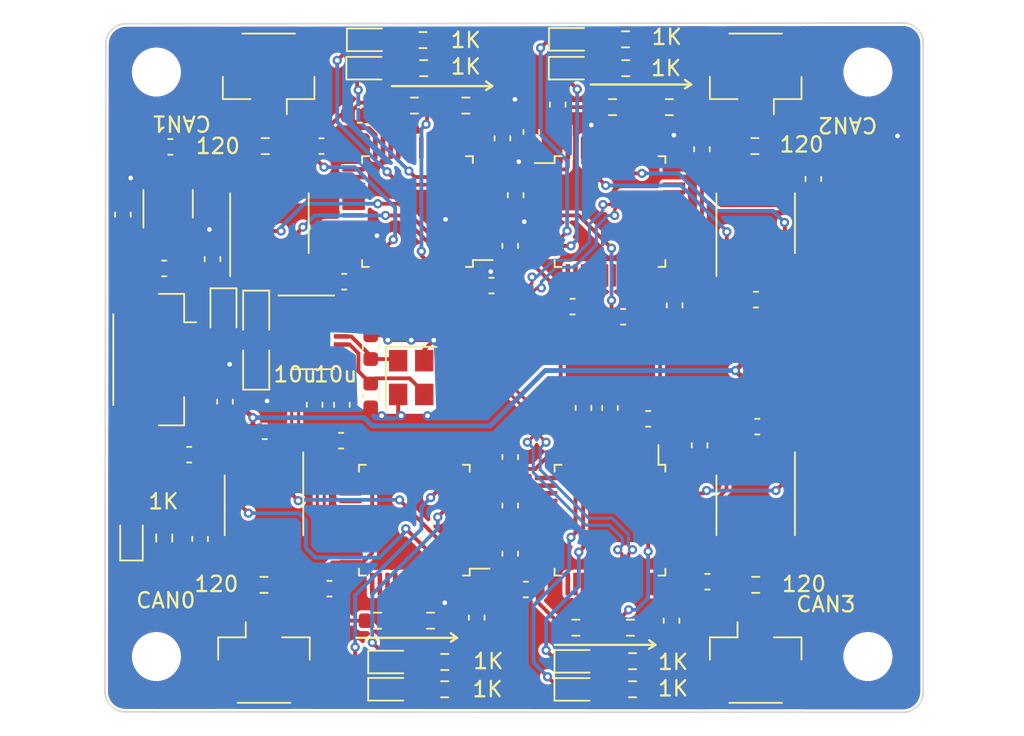
<source format=kicad_pcb>
(kicad_pcb (version 20211014) (generator pcbnew)
  (layers (0 "F.Cu" signal) (31 "B.Cu" signal) (34 "B.Paste" user) (35 "F.Paste" user) (36 "B.SilkS" user "B.Silkscreen") (37 "F.SilkS" user "F.Silkscreen") (38 "B.Mask" user) (39 "F.Mask" user) (44 "Edge.Cuts" user))
  (net 0 "")
  (net 1 "+5V")
  (net 2 "GND")
  (net 3 "VCC")
  (net 4 "Net-(C5-Pad2)")
  (net 5 "Net-(C13-Pad2)")
  (net 6 "Net-(C21-Pad2)")
  (net 7 "Net-(C29-Pad2)")
  (net 8 "Net-(C37-Pad1)")
  (net 9 "Net-(C38-Pad1)")
  (net 10 "/USB_HUB/XOUT")
  (net 11 "/USB_HUB/XIN")
  (net 12 "Net-(D1-Pad2)")
  (net 13 "/USB_HUB/D-")
  (net 14 "/USB_HUB/D+")
  (net 15 "/STM2_CAN/LED1")
  (net 16 "Net-(D5-Pad2)")
  (net 17 "/STM2_CAN/LED2")
  (net 18 "Net-(D6-Pad2)")
  (net 19 "/STM1_CAN/LED1")
  (net 20 "Net-(D7-Pad2)")
  (net 21 "/STM1_CAN/LED2")
  (net 22 "Net-(D8-Pad2)")
  (net 23 "/STM_CAN4/LED1")
  (net 24 "Net-(D9-Pad2)")
  (net 25 "/STM_CAN4/LED2")
  (net 26 "Net-(D10-Pad2)")
  (net 27 "/STM_CAN3/LED1")
  (net 28 "Net-(D11-Pad2)")
  (net 29 "/STM_CAN3/LED2")
  (net 30 "Net-(D12-Pad2)")
  (net 31 "/STM1_CAN/CAN_L")
  (net 32 "/STM1_CAN/CAN_H")
  (net 33 "/STM2_CAN/CAN_L")
  (net 34 "/STM2_CAN/CAN_H")
  (net 35 "/STM_CAN3/CAN_L")
  (net 36 "/STM_CAN3/CAN_H")
  (net 37 "/STM_CAN4/CAN_L")
  (net 38 "/STM_CAN4/CAN_H")
  (net 39 "Net-(R2-Pad1)")
  (net 40 "Net-(R7-Pad1)")
  (net 41 "Net-(R12-Pad1)")
  (net 42 "Net-(R17-Pad1)")
  (net 67 "/STM2_CAN/USB_D-")
  (net 68 "/STM2_CAN/USB_D+")
  (net 77 "/STM2_CAN/CAN_RX")
  (net 78 "/STM2_CAN/CAN_TX")
  (net 110 "/STM1_CAN/CAN_RX")
  (net 111 "/STM1_CAN/CAN_TX")
  (net 143 "/STM_CAN4/CAN_RX")
  (net 144 "/STM_CAN4/CAN_TX")
  (net 176 "/STM_CAN3/CAN_RX")
  (net 177 "/STM_CAN3/CAN_TX")
  (net 178 "/STM1_CAN/USB_D-")
  (net 179 "/STM1_CAN/USB_D+")
  (net 180 "/STM_CAN4/USB_D-")
  (net 181 "/STM_CAN4/USB_D+")
  (net 182 "/STM_CAN3/USB_D-")
  (net 183 "/STM_CAN3/USB_D+")
  (footprint "Package_TO_SOT_SMD:SOT-23-5_HandSoldering" (layer "F.Cu") (at 85.9536 37.4396 90)
    (fp_text reference "U1" hide)
    (fp_text value "HX9193")
  )
  (footprint "Package_SO:SOIC-8_3.9x4.9mm_P1.27mm" (layer "F.Cu") (at 92.202 57.0992 -90)
    (fp_text reference "U5" hide)
    (fp_text value "TJA1051T-3")
  )
  (footprint "Connector_JST:JST_GH_SM02B-GHS-TB_1x02-1MP_P1.25mm_Horizontal" (layer "F.Cu") (at 92.5068 28.9052 180)
    (fp_text reference "J3" hide)
    (fp_text value "Conn_01x02")
  )
  (footprint "Capacitor_SMD:C_0603_1608Metric" (layer "F.Cu") (at 106.0704 64.4144 -90)
    (fp_text reference "C34" hide)
    (fp_text value "100n")
  )
  (footprint "MountingHole:MountingHole_2.7mm_M2.5" (layer "F.Cu") (at 131.572 28.8544)
    (fp_text reference "REF**" hide)
    (fp_text value "MountingHole_2.7mm_M2.5")
  )
  (footprint "Resistor_SMD:R_0603_1608Metric" (layer "F.Cu") (at 102.0064 31.0388 180)
    (fp_text reference "R2" hide)
    (fp_text value "0")
  )
  (footprint "Resistor_SMD:R_0603_1608Metric" (layer "F.Cu") (at 118.6302 31.1404 180)
    (fp_text reference "R18" hide)
    (fp_text value "10K")
  )
  (footprint "Package_QFP:LQFP-48_7x7mm_P0.5mm" (layer "F.Cu") (at 102.2096 37.9476 180)
    (fp_text reference "U2" hide)
    (fp_text value "STM32F072C8Tx")
  )
  (footprint "Capacitor_SMD:C_0603_1608Metric" (layer "F.Cu") (at 96.4692 62.5348)
    (fp_text reference "C23" hide)
    (fp_text value "100n")
  )
  (footprint "LED_SMD:LED_0603_1608Metric" (layer "F.Cu") (at 112.6216 69.096)
    (fp_text reference "D10" hide)
    (fp_text value "LED")
  )
  (footprint "Capacitor_SMD:C_0603_1608Metric" (layer "F.Cu") (at 109.2708 62.5856 180)
    (fp_text reference "C10" hide)
    (fp_text value "100n")
  )
  (footprint "MyLib:SL2.1S-SSOP-16" (layer "F.Cu") (at 95.4532 45.8216)
    (fp_text reference "U10" hide)
    (fp_text value "SL2.1S")
  )
  (footprint "Capacitor_SMD:C_0603_1608Metric" (layer "F.Cu") (at 124.3584 51.9684)
    (fp_text reference "C20" hide)
    (fp_text value "100n")
  )
  (footprint "LED_SMD:LED_0603_1608Metric" (layer "F.Cu") (at 112.6236 67.2664)
    (fp_text reference "D9" hide)
    (fp_text value "LED")
  )
  (footprint "LED_SMD:LED_0603_1608Metric" (layer "F.Cu") (at 112.2573 28.6004)
    (fp_text reference "D12" hide)
    (fp_text value "LED")
  )
  (footprint "Capacitor_SMD:C_0603_1608Metric" (layer "F.Cu") (at 109.6264 32.766 90)
    (fp_text reference "C22" hide)
    (fp_text value "100n")
  )
  (footprint "Capacitor_SMD:C_0603_1608Metric" (layer "F.Cu") (at 114.7572 50.7492 -90)
    (fp_text reference "C21" hide)
    (fp_text value "100n")
  )
  (footprint "Resistor_SMD:R_0603_1608Metric" (layer "F.Cu") (at 124.2568 62.2808 180)
    (fp_text reference "R16" hide)
    (fp_text value "120")
  )
  (footprint "Package_SO:SOIC-8_3.9x4.9mm_P1.27mm" (layer "F.Cu") (at 124.2568 38.7096 90)
    (fp_text reference "U9" hide)
    (fp_text value "TJA1051T-3")
  )
  (footprint "Capacitor_SMD:C_0603_1608Metric" (layer "F.Cu") (at 128.016 35.827 -90)
    (fp_text reference "C25" hide)
    (fp_text value "100n")
  )
  (footprint "Capacitor_SMD:C_0603_1608Metric" (layer "F.Cu") (at 124.2698 43.688 180)
    (fp_text reference "C1" hide)
    (fp_text value "100n")
  )
  (footprint "Resistor_SMD:R_0603_1608Metric" (layer "F.Cu") (at 114.9218 31.1404 180)
    (fp_text reference "R17" hide)
    (fp_text value "0")
  )
  (footprint "Capacitor_SMD:C_0603_1608Metric" (layer "F.Cu") (at 88.8492 41.0464 90)
    (fp_text reference "C2" hide)
    (fp_text value "100n")
  )
  (footprint "LED_SMD:LED_0603_1608Metric" (layer "F.Cu") (at 99.06 28.6004)
    (fp_text reference "D6" hide)
    (fp_text value "LED")
  )
  (footprint "Capacitor_SMD:C_0603_1608Metric" (layer "F.Cu") (at 108.2548 57.1122 -90)
    (fp_text reference "C13" hide)
    (fp_text value "100n")
  )
  (footprint "Capacitor_SMD:C_0603_1608Metric" (layer "F.Cu") (at 107.0356 42.7736)
    (fp_text reference "C6" hide)
    (fp_text value "100n")
  )
  (footprint "LED_SMD:LED_0603_1608Metric" (layer "F.Cu") (at 83.566 59.2075 90)
    (fp_text reference "D1" hide)
    (fp_text value "LED")
  )
  (footprint "Capacitor_SMD:C_0603_1608Metric" (layer "F.Cu") (at 108.6104 36.8808 -90)
    (fp_text reference "C5" hide)
    (fp_text value "100n")
  )
  (footprint "Capacitor_SMD:C_0603_1608Metric" (layer "F.Cu") (at 97.282 50.546 -90)
    (fp_text reference "C37" hide)
    (fp_text value "10u")
  )
  (footprint "Diode_SMD:D_SOD-323" (layer "F.Cu") (at 91.694 44.6024 -90)
    (fp_text reference "D3" hide)
    (fp_text value "BV05C")
  )
  (footprint "Resistor_SMD:R_0603_1608Metric" (layer "F.Cu") (at 116.2304 69.088)
    (fp_text reference "R15" hide)
    (fp_text value "1K")
  )
  (footprint "Capacitor_SMD:C_0603_1608Metric" (layer "F.Cu") (at 95.504 50.546 -90)
    (fp_text reference "C38" hide)
    (fp_text value "10u")
  )
  (footprint "Capacitor_SMD:C_0603_1608Metric" (layer "F.Cu") (at 108.2548 40.1828 90)
    (fp_text reference "C16" hide)
    (fp_text value "100n")
  )
  (footprint "Capacitor_SMD:C_0603_1608Metric" (layer "F.Cu") (at 112.3188 44.1452)
    (fp_text reference "C9" hide)
    (fp_text value "100n")
  )
  (footprint "Capacitor_SMD:C_0603_1608Metric" (layer "F.Cu") (at 83.0072 38.1508 90)
    (fp_text reference "C36" hide)
    (fp_text value "100n")
  )
  (footprint "Capacitor_SMD:C_0603_1608Metric" (layer "F.Cu") (at 99.1592 46.7868 90)
    (fp_text reference "C40" hide)
    (fp_text value "18p")
  )
  (footprint "Resistor_SMD:R_0603_1608Metric" (layer "F.Cu") (at 102.616 28.6004)
    (fp_text reference "R5" hide)
    (fp_text value "1K")
  )
  (footprint "LED_SMD:LED_0603_1608Metric" (layer "F.Cu") (at 100.4824 69.088)
    (fp_text reference "D8" hide)
    (fp_text value "LED")
  )
  (footprint "Diode_SMD:D_SOD-323" (layer "F.Cu") (at 91.694 48.0568 90)
    (fp_text reference "D4" hide)
    (fp_text value "BV05C")
  )
  (footprint "Resistor_SMD:R_0603_1608Metric" (layer "F.Cu") (at 112.5342 65.0748 180)
    (fp_text reference "R12" hide)
    (fp_text value "0")
  )
  (footprint "Resistor_SMD:R_0603_1608Metric" (layer "F.Cu") (at 103.061 64.6176 180)
    (fp_text reference "R8" hide)
    (fp_text value "10K")
  )
  (footprint "Capacitor_SMD:C_0603_1608Metric" (layer "F.Cu") (at 117.2464 51.4604 180)
    (fp_text reference "C35" hide)
    (fp_text value "100n")
  )
  (footprint "Capacitor_SMD:C_0603_1608Metric" (layer "F.Cu") (at 107.7468 33.1724 90)
    (fp_text reference "C32" hide)
    (fp_text value "100n")
  )
  (footprint "Connector_JST:JST_GH_SM02B-GHS-TB_1x02-1MP_P1.25mm_Horizontal" (layer "F.Cu") (at 92.202 67.4116)
    (fp_text reference "J2" hide)
    (fp_text value "Conn_01x02")
  )
  (footprint "Diode_SMD:D_SOD-323" (layer "F.Cu") (at 89.5604 44.45 -90)
    (fp_text reference "D2" hide)
    (fp_text value "BV05C")
  )
  (footprint "Resistor_SMD:R_0603_1608Metric" (layer "F.Cu") (at 99.6066 64.6176 180)
    (fp_text reference "R7" hide)
    (fp_text value "0")
  )
  (footprint "LED_SMD:LED_0603_1608Metric" (layer "F.Cu") (at 112.268 26.7208)
    (fp_text reference "D11" hide)
    (fp_text value "LED")
  )
  (footprint "Resistor_SMD:R_0603_1608Metric" (layer "F.Cu") (at 116.0902 65.0748 180)
    (fp_text reference "R13" hide)
    (fp_text value "10K")
  )
  (footprint "Capacitor_SMD:C_0603_1608Metric" (layer "F.Cu") (at 120.7516 33.8836 90)
    (fp_text reference "C24" hide)
    (fp_text value "100n")
  )
  (footprint "Capacitor_SMD:C_0603_1608Metric" (layer "F.Cu") (at 86.106 33.7312)
    (fp_text reference "C19" hide)
    (fp_text value "100n")
  )
  (footprint "MountingHole:MountingHole_2.7mm_M2.5" (layer "F.Cu") (at 85.1916 66.9544)
    (fp_text reference "REF**" hide)
    (fp_text value "MountingHole_2.7mm_M2.5")
  )
  (footprint "Capacitor_SMD:C_0603_1608Metric" (layer "F.Cu") (at 85.6996 41.656 180)
    (fp_text reference "C28" hide)
    (fp_text value "100n")
  )
  (footprint "Resistor_SMD:R_0603_1608Metric" (layer "F.Cu") (at 103.9876 69.088)
    (fp_text reference "R10" hide)
    (fp_text value "1K")
  )
  (footprint "Package_SO:SOIC-8_3.9x4.9mm_P1.27mm" (layer "F.Cu") (at 92.5576 38.7096 90)
    (fp_text reference "U3" hide)
    (fp_text value "TJA1051T-3")
  )
  (footprint "LED_SMD:LED_0603_1608Metric" (layer "F.Cu") (at 99.0952 26.752)
    (fp_text reference "D5" hide)
    (fp_text value "LED")
  )
  (footprint "Capacitor_SMD:C_0603_1608Metric" (layer "F.Cu") (at 88.0364 59.2836 90)
    (fp_text reference "C15" hide)
    (fp_text value "100n")
  )
  (footprint "Resistor_SMD:R_0603_1608Metric" (layer "F.Cu") (at 115.7732 26.7208)
    (fp_text reference "R19" hide)
    (fp_text value "1K")
  )
  (footprint "Capacitor_SMD:C_0603_1608Metric" (layer "F.Cu") (at 98.4504 31.6484)
    (fp_text reference "C14" hide)
    (fp_text value "100n")
  )
  (footprint "Capacitor_SMD:C_0603_1608Metric" (layer "F.Cu") (at 115.6208 44.8056 180)
    (fp_text reference "C29" hide)
    (fp_text value "100n")
  )
  (footprint "Capacitor_SMD:C_0603_1608Metric" (layer "F.Cu") (at 111.3536 30.975 90)
    (fp_text reference "C4" hide)
    (fp_text value "100n")
  )
  (footprint "Capacitor_SMD:C_0603_1608Metric" (layer "F.Cu") (at 99.1592 49.9364 -90)
    (fp_text reference "C39" hide)
    (fp_text value "18p")
  )
  (footprint "Resistor_SMD:R_0603_1608Metric" (layer "F.Cu") (at 92.202 62.2808 180)
    (fp_text reference "R11" hide)
    (fp_text value "120")
  )
  (footprint "Capacitor_SMD:C_0603_1608Metric" (layer "F.Cu") (at 97.2312 52.8828 180)
    (fp_text reference "C17" hide)
    (fp_text value "100n")
  )
  (footprint "Capacitor_SMD:C_0603_1608Metric" (layer "F.Cu") (at 108.2548 53.9496 90)
    (fp_text reference "C11" hide)
    (fp_text value "100n")
  )
  (footprint "Capacitor_SMD:C_0603_1608Metric" (layer "F.Cu") (at 87.3252 53.7972)
    (fp_text reference "C41" hide)
    (fp_text value "100n")
  )
  (footprint "Resistor_SMD:R_0603_1608Metric" (layer "F.Cu") (at 105.3592 31.0388 180)
    (fp_text reference "R3" hide)
    (fp_text value "10K")
  )
  (footprint "Resistor_SMD:R_0603_1608Metric" (layer "F.Cu") (at 92.2914 33.6804)
    (fp_text reference "R6" hide)
    (fp_text value "120")
  )
  (footprint "Package_SO:SOIC-8_3.9x4.9mm_P1.27mm" (layer "F.Cu") (at 124.2568 57.0992 -90)
    (fp_text reference "U7" hide)
    (fp_text value "TJA1051T-3")
  )
  (footprint "Capacitor_SMD:C_0603_1608Metric" (layer "F.Cu") (at 113.03 50.7492 90)
    (fp_text reference "C8" hide)
    (fp_text value "100n")
  )
  (footprint "Capacitor_SMD:C_0603_1608Metric" (layer "F.Cu") (at 121.1072 62.0776 180)
    (fp_text reference "C18" hide)
    (fp_text value "100n")
  )
  (footprint "Connector_JST:JST_GH_SM02B-GHS-TB_1x02-1MP_P1.25mm_Horizontal" (layer "F.Cu") (at 124.2568 67.4116)
    (fp_text reference "J5" hide)
    (fp_text value "Conn_01x02")
  )
  (footprint "Resistor_SMD:R_0603_1608Metric" (layer "F.Cu") (at 103.9876 67.31)
    (fp_text reference "R9" hide)
    (fp_text value "1K")
  )
  (footprint "Connector_JST:JST_GH_SM02B-GHS-TB_1x02-1MP_P1.25mm_Horizontal" (layer "F.Cu") (at 124.2568 28.9052 180)
    (fp_text reference "J4" hide)
    (fp_text value "Conn_01x02")
  )
  (footprint "MountingHole:MountingHole_2.7mm_M2.5" (layer "F.Cu") (at 131.572 66.9544)
    (fp_text reference "REF**" hide)
    (fp_text value "MountingHole_2.7mm_M2.5")
  )
  (footprint "Package_QFP:LQFP-48_7x7mm_P0.5mm" (layer "F.Cu") (at 102.0064 58.0644 180)
    (fp_text reference "U4" hide)
    (fp_text value "STM32F072C8Tx")
  )
  (footprint "Capacitor_SMD:C_0603_1608Metric" (layer "F.Cu") (at 92.2528 52.2732)
    (fp_text reference "C3" hide)
    (fp_text value "100n")
  )
  (footprint "Capacitor_SMD:C_0603_1608Metric" (layer "F.Cu") (at 95.9482 33.6804)
    (fp_text reference "C27" hide)
    (fp_text value "100n")
  )
  (footprint "Package_QFP:LQFP-48_7x7mm_P0.5mm" (layer "F.Cu") (at 114.7572 58.0644 -90)
    (fp_text reference "U6" hide)
    (fp_text value "STM32F072C8Tx")
  )
  (footprint "Resistor_SMD:R_0603_1608Metric" (layer "F.Cu") (at 124.206 33.6804)
    (fp_text reference "R21" hide)
    (fp_text value "120")
  )
  (footprint "Package_QFP:LQFP-48_7x7mm_P0.5mm" (layer "F.Cu") (at 114.7572 37.9476)
    (fp_text reference "U8" hide)
    (fp_text value "STM32F072C8Tx")
  )
  (footprint "Resistor_SMD:R_0603_1608Metric" (layer "F.Cu") (at 116.2304 67.2592)
    (fp_text reference "R14" hide)
    (fp_text value "1K")
  )
  (footprint "LED_SMD:LED_0603_1608Metric" (layer "F.Cu") (at 100.4824 67.31)
    (fp_text reference "D7" hide)
    (fp_text value "LED")
  )
  (footprint "Crystal:Crystal_SMD_3225-4Pin_3.2x2.5mm" (layer "F.Cu") (at 101.8008 48.768 -90)
    (fp_text reference "Y1" hide)
    (fp_text value "12M")
  )
  (footprint "Capacitor_SMD:C_0603_1608Metric" (layer "F.Cu") (at 97.4344 42.5196)
    (fp_text reference "C26" hide)
    (fp_text value "100n")
  )
  (footprint "Connector_Molex:Molex_CLIK-Mate_502386-0470_1x04-1MP_P1.25mm_Horizontal" (layer "F.Cu") (at 85.09 47.5996 -90)
    (fp_text reference "J1" hide)
    (fp_text value "Conn_01x04")
  )
  (footprint "Resistor_SMD:R_0603_1608Metric" (layer "F.Cu") (at 115.7854 28.6004)
    (fp_text reference "R20" hide)
    (fp_text value "1K")
  )
  (footprint "Capacitor_SMD:C_0603_1608Metric" (layer "F.Cu") (at 120.5992 53.1876 90)
    (fp_text reference "C30" hide)
    (fp_text value "100n")
  )
  (footprint "Resistor_SMD:R_0603_1608Metric" (layer "F.Cu") (at 102.5652 26.7716)
    (fp_text reference "R4" hide)
    (fp_text value "1K")
  )
  (footprint "Resistor_SMD:R_0603_1608Metric" (layer "F.Cu") (at 85.6996 59.2328 90)
    (fp_text reference "R1" hide)
    (fp_text value "1K")
  )
  (footprint "Capacitor_SMD:C_0603_1608Metric" (layer "F.Cu") (at 118.7704 64.6176 -90)
    (fp_text reference "C33" hide)
    (fp_text value "100n")
  )
  (footprint "MountingHole:MountingHole_2.7mm_M2.5" (layer "F.Cu") (at 85.1916 28.8544)
    (fp_text reference "REF**" hide)
    (fp_text value "MountingHole_2.7mm_M2.5")
  )
  (footprint "Capacitor_SMD:C_0603_1608Metric" (layer "F.Cu") (at 108.2548 60.2488 90)
    (fp_text reference "C31" hide)
    (fp_text value "100n")
  )
  (footprint "Capacitor_SMD:C_0603_1608Metric" (layer "F.Cu") (at 118.9736 44.0566 -90)
    (fp_text reference "C7" hide)
    (fp_text value "100n")
  )
  (footprint "Capacitor_SMD:C_0603_1608Metric" (layer "F.Cu") (at 89.662 50.3428 -90)
    (fp_text reference "C12" hide)
    (fp_text value "100n")
  )
  (gr_line (start 120.0526 29.6672) (end 119.6462 29.3624) (layer "F.SilkS") (width 0.15))
  (gr_line (start 120.0526 29.6672) (end 119.6462 29.9212) (layer "F.SilkS") (width 0.15))
  (gr_line (start 104.7882 65.7352) (end 104.3818 65.9892) (layer "F.SilkS") (width 0.15))
  (gr_line (start 107.0864 29.7688) (end 106.68 29.464) (layer "F.SilkS") (width 0.15))
  (gr_line (start 117.7158 66.1924) (end 117.3094 65.8876) (layer "F.SilkS") (width 0.15))
  (gr_line (start 100.5332 29.7688) (end 107.0864 29.7688) (layer "F.SilkS") (width 0.15))
  (gr_line (start 113.4994 29.6672) (end 120.0526 29.6672) (layer "F.SilkS") (width 0.15))
  (gr_line (start 117.7158 66.1924) (end 117.3094 66.4464) (layer "F.SilkS") (width 0.15))
  (gr_line (start 111.1626 66.1924) (end 117.7158 66.1924) (layer "F.SilkS") (width 0.15))
  (gr_line (start 107.0864 29.7688) (end 106.68 30.0228) (layer "F.SilkS") (width 0.15))
  (gr_line (start 104.7882 65.7352) (end 104.3818 65.4304) (layer "F.SilkS") (width 0.15))
  (gr_line (start 98.235 65.7352) (end 104.7882 65.7352) (layer "F.SilkS") (width 0.15))
  (gr_line (start 83.2104 25.7048) (end 133.858 25.654) (layer "Edge.Cuts") (width 0.1))
  (gr_arc (start 81.8896 27.0256) (mid 82.276453 26.091653) (end 83.2104 25.7048) (layer "Edge.Cuts") (width 0.1))
  (gr_line (start 135.1788 26.9748) (end 135.1788 69.271653) (layer "Edge.Cuts") (width 0.1))
  (gr_arc (start 133.858 25.654) (mid 134.791947 26.040853) (end 135.1788 26.9748) (layer "Edge.Cuts") (width 0.1))
  (gr_line (start 81.8388 69.2404) (end 81.8896 27.0256) (layer "Edge.Cuts") (width 0.1))
  (gr_line (start 133.858 70.592453) (end 83.1596 70.5612) (layer "Edge.Cuts") (width 0.1))
  (gr_arc (start 135.1788 69.271653) (mid 134.791947 70.2056) (end 133.858 70.592453) (layer "Edge.Cuts") (width 0.1))
  (gr_arc (start 83.1596 70.5612) (mid 82.225653 70.174347) (end 81.8388 69.2404) (layer "Edge.Cuts") (width 0.1))
  (gr_text "1K" (at 105.3592 28.4988) (layer "F.SilkS") (effects (font (size 1 1))))
  (gr_text "120" (at 89.2048 33.6804) (layer "F.SilkS") (effects (font (size 1 1))))
  (gr_text "1K" (at 118.4656 26.5684) (layer "F.SilkS") (effects (font (size 1 1))))
  (gr_text "1K" (at 118.872 69.0372) (layer "F.SilkS") (effects (font (size 1 1))))
  (gr_text "1K" (at 85.6488 56.8452) (layer "F.SilkS") (effects (font (size 1 1))))
  (gr_text "1K" (at 106.7816 69.088) (layer "F.SilkS") (effects (font (size 1 1))))
  (gr_text "CAN3" (at 128.8288 63.5508) (layer "F.SilkS") (effects (font (size 1 1))))
  (gr_text "CAN2" (at 130.2512 32.3088 180) (layer "F.SilkS") (effects (font (size 1 1))))
  (gr_text "1K" (at 105.3592 26.7716) (layer "F.SilkS") (effects (font (size 1 1))))
  (gr_text "120" (at 89.1032 62.23) (layer "F.SilkS") (effects (font (size 1 1))))
  (gr_text "120" (at 127.4064 62.23) (layer "F.SilkS") (effects (font (size 1 1))))
  (gr_text "1K" (at 106.8324 67.2592) (layer "F.SilkS") (effects (font (size 1 1))))
  (gr_text "CAN0" (at 85.8012 63.2968) (layer "F.SilkS") (effects (font (size 1 1))))
  (gr_text "1K" (at 118.4148 28.6004) (layer "F.SilkS") (effects (font (size 1 1))))
  (gr_text "10u" (at 94.234 48.5648) (layer "F.SilkS") (effects (font (size 1 1))))
  (gr_text "10u" (at 96.8756 48.5648) (layer "F.SilkS") (effects (font (size 1 1))))
  (gr_text "120" (at 127.254 33.5788) (layer "F.SilkS") (effects (font (size 1 1))))
  (gr_text "1K" (at 118.872 67.31) (layer "F.SilkS") (effects (font (size 1 1))))
  (gr_text "CAN1" (at 86.8172 32.2072 180) (layer "F.SilkS") (effects (font (size 1 1))))
  (segment (start 86.94 45.7246) (end 89.3358 45.7246) (width 0.32) (layer "F.Cu") (net 1))
  (segment (start 91.3762 47.8536) (end 89.662 49.5678) (width 0.32) (layer "F.Cu") (net 1))
  (segment (start 89.5604 45.5) (end 89.5604 44.7418) (width 0.32) (layer "F.Cu") (net 1))
  (segment (start 123.6218 52.0068) (end 123.5834 51.9684) (width 0.32) (layer "F.Cu") (net 1))
  (segment (start 89.649 42.6212) (end 88.8492 41.8214) (width 0.32) (layer "F.Cu") (net 1))
  (segment (start 85.6488 52.8958) (end 86.5502 53.7972) (width 0.32) (layer "F.Cu") (net 1))
  (segment (start 85.0036 39.8896) (end 85.043111 39.929111) (width 0.32) (layer "F.Cu") (net 1))
  (segment (start 88.6838 41.656) (end 88.8492 41.8214) (width 0.32) (layer "F.Cu") (net 1))
  (segment (start 125.0448 43.688) (end 125.0448 46.202) (width 0.32) (layer "F.Cu") (net 1))
  (segment (start 124.8918 41.1846) (end 124.8918 43.535) (width 0.32) (layer "F.Cu") (net 1))
  (segment (start 93.0106 47.1466) (end 92.3036 47.8536) (width 0.32) (layer "F.Cu") (net 1))
  (segment (start 86.4746 41.656) (end 88.6838 41.656) (width 0.32) (layer "F.Cu") (net 1))
  (segment (start 125.0448 46.202) (end 122.936 48.3108) (width 0.32) (layer "F.Cu") (net 1))
  (segment (start 85.043111 39.929111) (end 86.664489 39.929111) (width 0.32) (layer "F.Cu") (net 1))
  (segment (start 123.5834 51.9684) (end 123.5834 48.9582) (width 0.32) (layer "F.Cu") (net 1))
  (segment (start 84.8674 38.9258) (end 85.0036 38.7896) (width 0.32) (layer "F.Cu") (net 1))
  (segment (start 93.1926 41.9354) (end 92.5068 42.6212) (width 0.32) (layer "F.Cu") (net 1))
  (segment (start 92.5068 42.6212) (end 89.649 42.6212) (width 0.32) (layer "F.Cu") (net 1))
  (segment (start 86.4746 41.656) (end 86.9036 41.227) (width 0.32) (layer "F.Cu") (net 1))
  (segment (start 91.567 52.3624) (end 91.4778 52.2732) (width 0.32) (layer "F.Cu") (net 1))
  (segment (start 91.4778 51.3836) (end 89.662 49.5678) (width 0.32) (layer "F.Cu") (net 1))
  (segment (start 89.662 49.5678) (end 86.5502 52.6796) (width 0.32) (layer "F.Cu") (net 1))
  (segment (start 123.5834 48.9582) (end 122.936 48.3108) (width 0.32) (layer "F.Cu") (net 1))
  (segment (start 86.5502 52.6796) (end 86.5502 53.7972) (width 0.32) (layer "F.Cu") (net 1))
  (segment (start 124.8918 43.535) (end 125.0448 43.688) (width 0.32) (layer "F.Cu") (net 1))
  (segment (start 86.94 45.7246) (end 85.7966 45.7246) (width 0.32) (layer "F.Cu") (net 1))
  (segment (start 86.9036 41.227) (end 86.9036 38.7896) (width 0.32) (layer "F.Cu") (net 1))
  (segment (start 86.664489 39.929111) (end 86.9036 39.69) (width 0.32) (layer "F.Cu") (net 1))
  (segment (start 85.0036 38.7896) (end 85.0036 39.8896) (width 0.32) (layer "F.Cu") (net 1))
  (segment (start 93.1926 41.1846) (end 93.1926 41.9354) (width 0.32) (layer "F.Cu") (net 1))
  (segment (start 91.567 54.6242) (end 91.567 52.3624) (width 0.32) (layer "F.Cu") (net 1))
  (segment (start 85.7966 45.7246) (end 85.6488 45.8724) (width 0.32) (layer "F.Cu") (net 1))
  (segment (start 123.6218 54.6242) (end 123.6218 52.0068) (width 0.32) (layer "F.Cu") (net 1))
  (segment (start 89.3358 45.7246) (end 89.5604 45.5) (width 0.32) (layer "F.Cu") (net 1))
  (segment (start 91.4778 52.2732) (end 91.4778 51.3836) (width 0.32) (layer "F.Cu") (net 1))
  (segment (start 93.6532 47.1466) (end 93.0106 47.1466) (width 0.32) (layer "F.Cu") (net 1))
  (segment (start 83.0072 38.9258) (end 84.8674 38.9258) (width 0.32) (layer "F.Cu") (net 1))
  (segment (start 86.9036 39.69) (end 86.9036 38.7896) (width 0.32) (layer "F.Cu") (net 1))
  (segment (start 92.3036 47.8536) (end 91.3762 47.8536) (width 0.32) (layer "F.Cu") (net 1))
  (segment (start 85.6488 45.8724) (end 85.6488 52.8958) (width 0.32) (layer "F.Cu") (net 1))
  (segment (start 89.5604 44.7418) (end 86.4746 41.656) (width 0.32) (layer "F.Cu") (net 1))
  (via (at 122.936 48.3108) (size 0.6) (drill 0.3) (layers "F.Cu" "B.Cu") (net 1))
  (via (at 91.4778 51.3836) (size 0.6) (drill 0.3) (layers "F.Cu" "B.Cu") (net 1))
  (segment (start 110.5408 48.3108) (end 122.936 48.3108) (width 0.32) (layer "B.Cu") (net 1))
  (segment (start 91.4778 51.3836) (end 98.7292 51.3836) (width 0.32) (layer "B.Cu") (net 1))
  (segment (start 98.7292 51.3836) (end 99.262311 51.916711) (width 0.32) (layer "B.Cu") (net 1))
  (segment (start 106.934889 51.916711) (end 110.5408 48.3108) (width 0.32) (layer "B.Cu") (net 1))
  (segment (start 99.262311 51.916711) (end 106.934889 51.916711) (width 0.32) (layer "B.Cu") (net 1))
  (segment (start 103.274 46.3296) (end 103.6804 46.736) (width 0.25) (layer "F.Cu") (net 2))
  (segment (start 99.1592 46.0118) (end 99.959 46.0118) (width 0.25) (layer "F.Cu") (net 2))
  (segment (start 99.959 46.0118) (end 100.2768 46.3296) (width 0.25) (layer "F.Cu") (net 2))
  (segment (start 99.705 51.2572) (end 99.1592 50.7114) (width 0.25) (layer "F.Cu") (net 2))
  (segment (start 102.6508 47.668) (end 102.6508 46.9528) (width 0.25) (layer "F.Cu") (net 2))
  (segment (start 102.6508 46.9528) (end 103.274 46.3296) (width 0.25) (layer "F.Cu") (net 2))
  (segment (start 103.6804 46.736) (end 103.6804 50.787422) (width 0.25) (layer "F.Cu") (net 2))
  (segment (start 101.8008 46.3296) (end 103.274 46.3296) (width 0.25) (layer "F.Cu") (net 2))
  (segment (start 101.1404 51.2572) (end 99.8704 51.2572) (width 0.25) (layer "F.Cu") (net 2))
  (segment (start 100.9508 49.868) (end 100.9508 51.0676) (width 0.25) (layer "F.Cu") (net 2))
  (segment (start 100.2768 46.3296) (end 101.8008 46.3296) (width 0.25) (layer "F.Cu") (net 2))
  (segment (start 103.6804 50.787422) (end 103.210622 51.2572) (width 0.25) (layer "F.Cu") (net 2))
  (segment (start 102.8676 51.2572) (end 101.1404 51.2572) (width 0.25) (layer "F.Cu") (net 2))
  (segment (start 99.8704 51.2572) (end 99.705 51.2572) (width 0.25) (layer "F.Cu") (net 2))
  (segment (start 100.9508 51.0676) (end 101.1404 51.2572) (width 0.25) (layer "F.Cu") (net 2))
  (segment (start 103.210622 51.2572) (end 102.8676 51.2572) (width 0.25) (layer "F.Cu") (net 2))
  (via (at 89.9668 47.9044) (size 0.6) (drill 0.3) (layers "F.Cu" "B.Cu") (net 2))
  (via (at 109.1692 38.608) (size 0.6) (drill 0.3) (layers "F.Cu" "B.Cu") (net 2))
  (via (at 100.2768 46.3296) (size 0.6) (drill 0.3) (layers "F.Cu" "B.Cu") (net 2))
  (via (at 103.9876 63.4492) (size 0.6) (drill 0.3) (layers "F.Cu" "B.Cu") (net 2))
  (via (at 106.9848 41.8592) (size 0.6) (drill 0.3) (layers "F.Cu" "B.Cu") (net 2))
  (via (at 83.5152 35.7632) (size 0.6) (drill 0.3) (layers "F.Cu" "B.Cu") (net 2))
  (via (at 101.1404 51.2572) (size 0.6) (drill 0.3) (layers "F.Cu" "B.Cu") (net 2))
  (via (at 108.5596 30.6324) (size 0.6) (drill 0.3) (layers "F.Cu" "B.Cu") (net 2))
  (via (at 104.0384 38.4556) (size 0.6) (drill 0.3) (layers "F.Cu" "B.Cu") (net 2))
  (via (at 99.8704 51.2572) (size 0.6) (drill 0.3) (layers "F.Cu" "B.Cu") (net 2))
  (via (at 99.568 39.5224) (size 0.6) (drill 0.3) (layers "F.Cu" "B.Cu") (net 2))
  (via (at 133.5024 33.02) (size 0.6) (drill 0.3) (layers "F.Cu" "B.Cu") (net 2))
  (via (at 88.646 39.116) (size 0.6) (drill 0.3) (layers "F.Cu" "B.Cu") (net 2))
  (via (at 101.8008 46.3296) (size 0.6) (drill 0.3) (layers "F.Cu" "B.Cu") (net 2))
  (via (at 108.8136 34.6964) (size 0.6) (drill 0.3) (layers "F.Cu" "B.Cu") (net 2))
  (via (at 102.8676 51.2572) (size 0.6) (drill 0.3) (layers "F.Cu" "B.Cu") (net 2))
  (via (at 118.9228 32.9692) (size 0.6) (drill 0.3) (layers "F.Cu" "B.Cu") (net 2))
  (via (at 92.4052 50.292) (size 0.6) (drill 0.3) (layers "F.Cu" "B.Cu") (net 2))
  (via (at 113.538 32.3088) (size 0.6) (drill 0.3) (layers "F.Cu" "B.Cu") (net 2))
  (via (at 103.274 46.3296) (size 0.6) (drill 0.3) (layers "F.Cu" "B.Cu") (net 2))
  (segment (start 109.474 41.128407) (end 108.425407 41.128407) (width 0.25) (layer "F.Cu") (net 3))
  (segment (start 99.48508 32.93708) (end 99.06 32.512) (width 0.25) (layer "F.Cu") (net 3))
  (segment (start 86.599089 37.685089) (end 93.388183 37.685089) (width 0.25) (layer "F.Cu") (net 3))
  (segment (start 107.7468 33.9474) (end 109.22 33.9474) (width 0.25) (layer "F.Cu") (net 3))
  (segment (start 95.6942 64.215472) (end 95.6942 62.5348) (width 0.25) (layer "F.Cu") (net 3))
  (segment (start 98.539 32.512) (end 97.6754 31.6484) (width 0.25) (layer "F.Cu") (net 3))
  (segment (start 88.0364 60.0586) (end 85.7004 60.0586) (width 0.25) (layer "F.Cu") (net 3))
  (segment (start 104.9596 37.307594) (end 104.9596 40.9888) (width 0.25) (layer "F.Cu") (net 3))
  (segment (start 105.8542 43.18) (end 106.2606 42.7736) (width 0.25) (layer "F.Cu") (net 3))
  (segment (start 117.0554 69.088) (end 117.0554 67.2592) (width 0.25) (layer "F.Cu") (net 3))
  (segment (start 118.9736 43.2816) (end 120.7516 41.5036) (width 0.25) (layer "F.Cu") (net 3))
  (segment (start 117.5072 53.9019) (end 117.5072 55.074) (width 0.25) (layer "F.Cu") (net 3))
  (segment (start 117.97088 64.64212) (end 117.97088 66.34372) (width 0.25) (layer "F.Cu") (net 3))
  (segment (start 104.8126 67.31) (end 104.8126 64.8972) (width 0.25) (layer "F.Cu") (net 3))
  (segment (start 118.0214 51.4604) (end 118.0214 44.2338) (width 0.25) (layer "F.Cu") (net 3))
  (segment (start 120.2126 35.1976) (end 120.7516 34.6586) (width 0.25) (layer "F.Cu") (net 3))
  (segment (start 126.8476 34.5948) (end 127.5588 34.5948) (width 0.25) (layer "F.Cu") (net 3))
  (segment (start 99.1108 52.8828) (end 98.0062 52.8828) (width 0.25) (layer "F.Cu") (net 3))
  (segment (start 104.7564 63.3544) (end 105.0414 63.6394) (width 0.25) (layer "F.Cu") (net 3))
  (segment (start 126.1618 35.2806) (end 126.8476 34.5948) (width 0.25) (layer "F.Cu") (net 3))
  (segment (start 107.7468 36.125406) (end 107.7468 33.9474) (width 0.25) (layer "F.Cu") (net 3))
  (segment (start 111.7092 65.0748) (end 110.0458 63.4114) (width 0.25) (layer "F.Cu") (net 3))
  (segment (start 106.971406 56.8144) (end 107.3404 56.445406) (width 0.25) (layer "F.Cu") (net 3))
  (segment (start 105.2576 43.18) (end 105.8542 43.18) (width 0.25) (layer "F.Cu") (net 3))
  (segment (start 94.4626 36.610672) (end 94.4626 36.2346) (width 0.25) (layer "F.Cu") (net 3))
  (segment (start 105.0414 63.6394) (end 106.0704 63.6394) (width 0.25) (layer "F.Cu") (net 3))
  (segment (start 114.117194 55.3144) (end 117.9136 55.3144) (width 0.25) (layer "F.Cu") (net 3))
  (segment (start 106.1689 60.8144) (end 108.0454 60.8144) (width 0.25) (layer "F.Cu") (net 3))
  (segment (start 120.7516 34.6586) (end 120.7516 35.7632) (width 0.25) (layer "F.Cu") (net 3))
  (segment (start 108.425407 41.128407) (end 108.2548 40.9578) (width 0.25) (layer "F.Cu") (net 3))
  (segment (start 111.9632 31.1404) (end 114.0968 31.1404) (width 0.25) (layer "F.Cu") (net 3))
  (segment (start 104.8126 69.088) (end 104.8126 67.31) (width 0.25) (layer "F.Cu") (net 3))
  (segment (start 116.5982 28.5882) (end 116.6104 28.6004) (width 0.25) (layer "F.Cu") (net 3))
  (segment (start 118.131983 28.6004) (end 121.55112 32.019537) (width 0.25) (layer "F.Cu") (net 3))
  (segment (start 110.5947 39.1976) (end 109.717138 39.1976) (width 0.25) (layer "F.Cu") (net 3))
  (segment (start 103.441 28.6004) (end 105.45968 30.61908) (width 0.25) (layer "F.Cu") (net 3))
  (segment (start 119.819338 63.8426) (end 121.584338 62.0776) (width 0.25) (layer "F.Cu") (net 3))
  (segment (start 105.569594 36.6976) (end 104.9596 37.307594) (width 0.25) (layer "F.Cu") (net 3))
  (segment (start 106.3721 36.6976) (end 107.174606 36.6976) (width 0.25) (layer "F.Cu") (net 3))
  (segment (start 114.0968 31.114) (end 114.0968 31.1404) (width 0.25) (layer "F.Cu") (net 3))
  (segment (start 99.2564 53.9019) (end 99.2564 53.0284) (width 0.25) (layer "F.Cu") (net 3))
  (segment (start 109.9182 54.688394) (end 113.03 51.576594) (width 0.25) (layer "F.Cu") (net 3))
  (segment (start 117.97088 66.34372) (end 117.0554 67.2592) (width 0.25) (layer "F.Cu") (net 3))
  (segment (start 97.1228 40.6976) (end 98.0471 40.6976) (width 0.25) (layer "F.Cu") (net 3))
  (segment (start 96.6594 41.161) (end 97.1228 40.6976) (width 0.25) (layer "F.Cu") (net 3))
  (segment (start 88.5208 59.5742) (end 88.0364 60.0586) (width 0.25) (layer "F.Cu") (net 3))
  (segment (start 110.5947 60.8144) (end 109.7212 60.8144) (width 0.25) (layer "F.Cu") (net 3))
  (segment (start 107.3404 55.639) (end 108.2548 54.7246) (width 0.25) (layer "F.Cu") (net 3))
  (segment (start 109.22 33.9474) (end 109.6264 33.541) (width 0.25) (layer "F.Cu") (net 3))
  (segment (start 113.03 51.226338) (end 113.03 51.5242) (width 0.25) (layer "F.Cu") (net 3))
  (segment (start 110.0458 63.4114) (end 110.0458 62.5856) (width 0.25) (layer "F.Cu") (net 3))
  (segment (start 117.5072 51.9746) (end 118.0214 51.4604) (width 0.25) (layer "F.Cu") (net 3))
  (segment (start 109.3724 62.3316) (end 109.6264 62.5856) (width 0.25) (layer "F.Cu") (net 3))
  (segment (start 113.5072 54.704406) (end 114.117194 55.3144) (width 0.25) (layer "F.Cu") (net 3))
  (segment (start 106.1689 56.8144) (end 106.971406 56.8144) (width 0.25) (layer "F.Cu") (net 3))
  (segment (start 117.5072 62.5794) (end 118.7704 63.8426) (width 0.25) (layer "F.Cu") (net 3))
  (segment (start 111.5438 49.740138) (end 113.03 51.226338) (width 0.25) (layer "F.Cu") (net 3))
  (segment (start 116.25588 66.45968) (end 117.0554 67.2592) (width 0.25) (layer "F.Cu") (net 3))
  (segment (start 97.8439 60.8144) (end 96.6656 60.8144) (width 0.25) (layer "F.Cu") (net 3))
  (segment (start 109.9244 35.1976) (end 109.6264 34.8996) (width 0.25) (layer "F.Cu") (net 3))
  (segment (start 94.4626 36.2346) (end 94.4626 34.391) (width 0.25) (layer "F.Cu") (net 3))
  (segment (start 109.6264 34.8996) (end 109.6264 33.541) (width 0.25) (layer "F.Cu") (net 3))
  (segment (start 97.2052 31.6484) (end 97.6754 31.6484) (width 0.25) (layer "F.Cu") (net 3))
  (segment (start 126.1618 36.2346) (end 126.1618 35.2806) (width 0.25) (layer "F.Cu") (net 3))
  (segment (start 111.8684 35.1976) (end 112.0072 35.0588) (width 0.25) (layer "F.Cu") (net 3))
  (segment (start 109.233 61.0238) (end 109.3724 61.1632) (width 0.25) (layer "F.Cu") (net 3))
  (segment (start 103.441 26.8224) (end 103.3902 26.7716) (width 0.25) (layer "F.Cu") (net 3))
  (segment (start 104.9596 40.9888) (end 105.2508 40.6976) (width 0.25) (layer "F.Cu") (net 3))
  (segment (start 111.3536 31.75) (end 111.9632 31.1404) (width 0.25) (layer "F.Cu") (net 3))
  (segment (start 101.1814 31.0388) (end 101.614617 31.0388) (width 0.25) (layer "F.Cu") (net 3))
  (segment (start 108.2548 61.0238) (end 109.233 61.0238) (width 0.25) (layer "F.Cu") (net 3))
  (segment (start 101.614617 31.0388) (end 103.441 29.212417) (width 0.25) (layer "F.Cu") (net 3))
  (segment (start 104.8126 64.8972) (end 106.0704 63.6394) (width 0.25) (layer "F.Cu") (net 3))
  (segment (start 117.5072 53.9019) (end 117.5072 51.9746) (width 0.25) (layer "F.Cu") (net 3))
  (segment (start 97.8439 60.8144) (end 98.6468 60.8144) (width 0.25) (layer "F.Cu") (net 3))
  (segment (start 116.6104 28.6004) (end 118.131983 28.6004) (width 0.25) (layer "F.Cu") (net 3))
  (segment (start 94.4626 34.391) (end 95.1732 33.6804) (width 0.25) (layer "F.Cu") (net 3))
  (segment (start 120.7516 36.280472) (end 122.005248 37.53412) (width 0.25) (layer "F.Cu") (net 3))
  (segment (start 120.7516 35.7632) (end 120.7516 36.280472) (width 0.25) (layer "F.Cu") (net 3))
  (segment (start 85.281 33.6812) (end 85.331 33.7312) (width 0.25) (layer "F.Cu") (net 3))
  (segment (start 99.4596 33.7851) (end 99.48508 33.75962) (width 0.25) (layer "F.Cu") (net 3))
  (segment (start 122.3518 61.608) (end 121.8822 62.0776) (width 0.25) (layer "F.Cu") (net 3))
  (segment (start 104.7496 61.1632) (end 104.7496 60.9092) (width 0.25) (layer "F.Cu") (net 3))
  (segment (start 120.7516 41.5036) (end 120.7516 35.7632) (width 0.25) (layer "F.Cu") (net 3))
  (segment (start 98.47492 30.84888) (end 100.99148 30.84888) (width 0.25) (layer "F.Cu") (net 3))
  (segment (start 88.0364 64.4652) (end 90.678 67.1068) (width 0.25) (layer "F.Cu") (net 3))
  (segment (start 111.5438 43.198207) (end 111.5438 44.1452) (width 0.25) (layer "F.Cu") (net 3))
  (segment (start 112.0072 32.4036) (end 111.3536 31.75) (width 0.25) (layer "F.Cu") (net 3))
  (segment (start 117.7476 55.3144) (end 117.9136 55.3144) (width 0.25) (layer "F.Cu") (net 3))
  (segment (start 104.7564 62.2269) (end 104.7496 62.2201) (width 0.25) (layer "F.Cu") (net 3))
  (segment (start 116.6104 28.6004) (end 114.0968 31.114) (width 0.25) (layer "F.Cu") (net 3))
  (segment (start 122.3518 59.5742) (end 122.3518 61.608) (width 0.25) (layer "F.Cu") (net 3))
  (segment (start 95.6942 61.7858) (end 95.6942 62.5348) (width 0.25) (layer "F.Cu") (net 3))
  (segment (start 118.7704 63.8426) (end 117.97088 64.64212) (width 0.25) (layer "F.Cu") (net 3))
  (segment (start 117.5072 62.2269) (end 117.5072 62.5794) (width 0.25) (layer "F.Cu") (net 3))
  (segment (start 118.7704 63.8426) (end 119.819338 63.8426) (width 0.25) (layer "F.Cu") (net 3))
  (segment (start 109.717138 39.1976) (end 109.474 39.440738) (width 0.25) (layer "F.Cu") (net 3))
  (segment (start 97.777 64.6176) (end 98.7816 64.6176) (width 0.25) (layer "F.Cu") (net 3))
  (segment (start 107.9946 40.6976) (end 108.2548 40.9578) (width 0.25) (layer "F.Cu") (net 3))
  (segment (start 110.5947 35.1976) (end 109.9244 35.1976) (width 0.25) (layer "F.Cu") (net 3))
  (segment (start 105.2508 40.6976) (end 106.3721 40.6976) (width 0.25) (layer "F.Cu") (net 3))
  (segment (start 113.5072 53.9019) (end 113.5072 52.0014) (width 0.25) (layer "F.Cu") (net 3))
  (segment (start 92.802872 67.1068) (end 95.6942 64.215472) (width 0.25) (layer "F.Cu") (net 3))
  (segment (start 106.1689 56.8144) (end 105.366394 56.8144) (width 0.25) (layer "F.Cu") (net 3))
  (segment (start 113.5072 53.9019) (end 113.5072 54.704406) (width 0.25) (layer "F.Cu") (net 3))
  (segment (start 117.9136 55.3144) (end 118.9197 55.3144) (width 0.25) (layer "F.Cu") (net 3))
  (segment (start 109.9182 54.7246) (end 109.9182 54.688394) (width 0.25) (layer "F.Cu") (net 3))
  (segment (start 117.5072 55.074) (end 117.7476 55.3144) (width 0.25) (layer "F.Cu") (net 3))
  (segment (start 109.474 41.128407) (end 111.5438 43.198207) (width 0.25) (layer "F.Cu") (net 3))
  (segment (start 109.7212 60.8144) (end 109.3724 61.1632) (width 0.25) (layer "F.Cu") (net 3))
  (segment (start 85.0036 36.0896) (end 85.0036 34.0586) (width 0.25) (layer "F.Cu") (net 3))
  (segment (start 109.6264 62.5856) (end 110.0458 62.5856) (width 0.25) (layer "F.Cu") (net 3))
  (segment (start 109.474 39.440738) (end 109.474 41.128407) (width 0.25) (layer "F.Cu") (net 3))
  (segment (start 104.7496 57.431194) (end 104.7496 61.1632) (width 0.25) (layer "F.Cu") (net 3))
  (segment (start 113.5072 52.0014) (end 113.03 51.5242) (width 0.25) (layer "F.Cu") (net 3))
  (segment (start 107.3404 56.445406) (end 107.3404 55.639) (width 0.25) (layer "F.Cu") (net 3))
  (segment (start 105.45968 31.66028) (end 107.7468 33.9474) (width 0.25) (layer "F.Cu") (net 3))
  (segment (start 95.6942 62.5348) (end 97.777 64.6176) (width 0.25) (layer "F.Cu") (net 3))
  (segment (start 98.7816 64.6176) (end 99.58112 65.41712) (width 0.25) (layer "F.Cu") (net 3))
  (segment (start 85.0036 34.0586) (end 85.331 33.7312) (width 0.25) (layer "F.Cu") (net 3))
  (segment (start 104.7564 62.2269) (end 104.7564 63.3544) (width 0.25) (layer "F.Cu") (net 3))
  (segment (start 121.55112 32.019537) (end 121.55112 33.85908) (width 0.25) (layer "F.Cu") (net 3))
  (segment (start 104.8444 60.8144) (end 106.1689 60.8144) (width 0.25) (layer "F.Cu") (net 3))
  (segment (start 107.174606 36.6976) (end 107.7468 36.125406) (width 0.25) (layer "F.Cu") (net 3))
  (segment (start 85.7004 60.0586) (end 85.6996 60.0578) (width 0.25) (layer "F.Cu") (net 3))
  (segment (start 98.6468 60.8144) (end 99.2564 60.2048) (width 0.25) (layer "F.Cu") (net 3))
  (segment (start 108.0454 60.8144) (end 108.2548 61.0238) (width 0.25) (layer "F.Cu") (net 3))
  (segment (start 104.7496 62.2201) (end 104.7496 61.1632) (width 0.25) (layer "F.Cu") (net 3))
  (segment (start 104.9596 42.1101) (end 104.9596 40.9888) (width 0.25) (layer "F.Cu") (net 3))
  (segment (start 117.5072 42.1101) (end 117.5004 42.1169) (width 0.25) (layer "F.Cu") (net 3))
  (segment (start 96.6656 60.8144) (end 95.6942 61.7858) (width 0.25) (layer "F.Cu") (net 3))
  (segment (start 96.6594 42.5196) (end 96.6594 41.161) (width 0.25) (layer "F.Cu") (net 3))
  (segment (start 103.441 29.212417) (end 103.441 28.6004) (width 0.25) (layer "F.Cu") (net 3))
  (segment (start 104.9596 42.1101) (end 104.9596 42.882) (width 0.25) (layer "F.Cu") (net 3))
  (segment (start 120.5992 54.7624) (end 120.5992 53.9626) (width 0.25) (layer "F.Cu") (net 3))
  (segment (start 112.0072 35.0588) (end 112.0072 33.7851) (width 0.25) (layer "F.Cu") (net 3))
  (segment (start 112.0072 33.7851) (end 112.0072 32.4036) (width 0.25) (layer "F.Cu") (net 3))
  (segment (start 111.7092 65.0748) (end 113.09408 66.45968) (width 0.25) (layer "F.Cu") (net 3))
  (segment (start 90.297 59.5742) (end 88.5208 59.5742) (width 0.25) (layer "F.Cu") (net 3))
  (segment (start 90.678 67.1068) (end 92.802872 67.1068) (width 0.25) (layer "F.Cu") (net 3))
  (segment (start 116.5982 26.7208) (end 116.5982 28.5882) (width 0.25) (layer "F.Cu") (net 3))
  (segment (start 103.441 28.6004) (end 103.441 26.8224) (width 0.25) (layer "F.Cu") (net 3))
  (segment (start 106.3721 40.6976) (end 107.9946 40.6976) (width 0.25) (layer "F.Cu") (net 3))
  (segment (start 111.5438 44.1452) (end 111.5438 49.740138) (width 0.25) (layer "F.Cu") (net 3))
  (segment (start 100.99148 30.84888) (end 101.1814 31.0388) (width 0.25) (layer "F.Cu") (net 3))
  (segment (start 99.48508 33.75962) (end 99.48508 32.93708) (width 0.25) (layer "F.Cu") (net 3))
  (segment (start 117.5004 42.926) (end 117.856 43.2816) (width 0.25) (layer "F.Cu") (net 3))
  (segment (start 122.005248 37.53412) (end 125.94028 37.53412) (width 0.25) (layer "F.Cu") (net 3))
  (segment (start 97.6754 31.6484) (end 98.47492 30.84888) (width 0.25) (layer "F.Cu") (net 3))
  (segment (start 99.06 32.512) (end 98.539 32.512) (width 0.25) (layer "F.Cu") (net 3))
  (segment (start 121.55112 33.85908) (end 120.7516 34.6586) (width 0.25) (layer "F.Cu") (net 3))
  (segment (start 99.58112 65.41712) (end 102.91972 65.41712) (width 0.25) (layer "F.Cu") (net 3))
  (segment (start 104.9596 42.882) (end 105.2576 43.18) (width 0.25) (layer "F.Cu") (net 3))
  (segment (start 106.3721 36.6976) (end 105.569594 36.6976) (width 0.25) (layer "F.Cu") (net 3))
  (segment (start 120.0472 55.3144) (end 120.5992 54.7624) (width 0.25) (layer "F.Cu") (net 3))
  (segment (start 99.2564 53.0284) (end 99.1108 52.8828) (width 0.25) (layer "F.Cu") (net 3))
  (segment (start 113.09408 66.45968) (end 116.25588 66.45968) (width 0.25) (layer "F.Cu") (net 3))
  (segment (start 93.388183 37.685089) (end 94.4626 36.610672) (width 0.25) (layer "F.Cu") (net 3))
  (segment (start 88.0364 60.0586) (end 88.0364 64.4652) (width 0.25) (layer "F.Cu") (net 3))
  (segment (start 110.5947 35.1976) (end 111.8684 35.1976) (width 0.25) (layer "F.Cu") (net 3))
  (segment (start 102.91972 65.41712) (end 104.8126 67.31) (width 0.25) (layer "F.Cu") (net 3))
  (segment (start 121.584338 62.0776) (end 121.8822 62.0776) (width 0.25) (layer "F.Cu") (net 3))
  (segment (start 117.5004 42.1169) (end 117.5004 42.926) (width 0.25) (layer "F.Cu") (net 3))
  (segment (start 127.5588 34.5948) (end 128.016 35.052) (width 0.25) (layer "F.Cu") (net 3))
  (segment (start 85.0036 36.0896) (end 86.599089 37.685089) (width 0.25) (layer "F.Cu") (net 3))
  (segment (start 95.1732 33.6804) (end 97.2052 31.6484) (width 0.25) (layer "F.Cu") (net 3))
  (segment (start 126.1618 37.3126) (end 126.1618 36.2346) (width 0.25) (layer "F.Cu") (net 3))
  (segment (start 95.1732 34.1116) (end 96.1136 35.052) (width 0.25) (layer "F.Cu") (net 3))
  (segment (start 99.2564 60.2048) (end 99.2564 53.9019) (width 0.25) (layer "F.Cu") (net 3))
  (segment (start 118.9197 35.1976) (end 120.2126 35.1976) (width 0.25) (layer "F.Cu") (net 3))
  (segment (start 125.94028 37.53412) (end 126.1618 37.3126) (width 0.25) (layer "F.Cu") (net 3))
  (segment (start 98.0471 40.6976) (end 99.7136 40.6976) (width 0.25) (layer "F.Cu") (net 3))
  (segment (start 95.1732 33.6804) (end 95.1732 34.1116) (width 0.25) (layer "F.Cu") (net 3))
  (segment (start 104.7496 60.9092) (end 104.8444 60.8144) (width 0.25) (layer "F.Cu") (net 3))
  (segment (start 118.9197 55.3144) (end 120.0472 55.3144) (width 0.25) (layer "F.Cu") (net 3))
  (segment (start 109.3724 61.1632) (end 109.3724 62.3316) (width 0.25) (layer "F.Cu") (net 3))
  (segment (start 105.366394 56.8144) (end 104.7496 57.431194) (width 0.25) (layer "F.Cu") (net 3))
  (segment (start 99.7136 40.6976) (end 100.6348 39.7764) (width 0.25) (layer "F.Cu") (net 3))
  (segment (start 118.0214 44.2338) (end 118.9736 43.2816) (width 0.25) (layer "F.Cu") (net 3))
  (segment (start 117.856 43.2816) (end 118.9736 43.2816) (width 0.25) (layer "F.Cu") (net 3))
  (segment (start 113.03 51.576594) (end 113.03 51.5242) (width 0.25) (layer "F.Cu") (net 3))
  (segment (start 108.2548 54.7246) (end 109.9182 54.7246) (width 0.25) (layer "F.Cu") (net 3))
  (segment (start 105.45968 30.61908) (end 105.45968 31.66028) (width 0.25) (layer "F.Cu") (net 3))
  (via (at 100.6348 39.7764) (size 0.6) (drill 0.3) (layers "F.Cu" "B.Cu") (net 3))
  (via (at 96.1136 35.052) (size 0.6) (drill 0.3) (layers "F.Cu" "B.Cu") (net 3))
  (segment (start 98.114393 35.052) (end 100.751311 37.688918) (width 0.25) (layer "B.Cu") (net 3))
  (segment (start 100.751311 39.659889) (end 100.6348 39.7764) (width 0.25) (layer "B.Cu") (net 3))
  (segment (start 100.751311 37.688918) (end 100.751311 39.659889) (width 0.25) (layer "B.Cu") (net 3))
  (segment (start 96.1136 35.052) (end 98.114393 35.052) (width 0.25) (layer "B.Cu") (net 3))
  (segment (start 108.5686 37.6976) (end 108.6104 37.6558) (width 0.25) (layer "F.Cu") (net 4))
  (segment (start 106.3721 37.6976) (end 108.5686 37.6976) (width 0.25) (layer "F.Cu") (net 4))
  (segment (start 108.182 57.8144) (end 108.2548 57.8872) (width 0.25) (layer "F.Cu") (net 5))
  (segment (start 106.1689 57.8144) (end 108.182 57.8144) (width 0.25) (layer "F.Cu") (net 5))
  (segment (start 114.5072 53.9019) (end 114.5072 51.7742) (width 0.25) (layer "F.Cu") (net 6))
  (segment (start 114.5072 51.7742) (end 114.7572 51.5242) (width 0.25) (layer "F.Cu") (net 6))
  (segment (start 114.8458 44.8056) (end 114.8588 43.7388) (width 0.25) (layer "F.Cu") (net 7))
  (segment (start 114.8588 43.7388) (end 114.8458 43.7518) (width 0.25) (layer "F.Cu") (net 7))
  (segment (start 112.7212 38.1976) (end 114.8588 40.3352) (width 0.25) (layer "F.Cu") (net 7))
  (segment (start 110.5947 38.1976) (end 112.7212 38.1976) (width 0.25) (layer "F.Cu") (net 7))
  (via (at 114.8588 40.3352) (size 0.6) (drill 0.3) (layers "F.Cu" "B.Cu") (net 7))
  (via (at 114.8588 43.7388) (size 0.6) (drill 0.3) (layers "F.Cu" "B.Cu") (net 7))
  (segment (start 114.8588 43.7388) (end 114.8588 40.3352) (width 0.25) (layer "B.Cu") (net 7))
  (segment (start 97.282 47.7054) (end 97.2532 47.6766) (width 0.25) (layer "F.Cu") (net 8))
  (segment (start 97.282 49.771) (end 97.282 47.7054) (width 0.25) (layer "F.Cu") (net 8))
  (segment (start 95.504 49.771) (end 95.504 48.360794) (width 0.25) (layer "F.Cu") (net 9))
  (segment (start 96.718194 47.1466) (end 97.2532 47.1466) (width 0.25) (layer "F.Cu") (net 9))
  (segment (start 95.504 48.360794) (end 96.718194 47.1466) (width 0.25) (layer "F.Cu") (net 9))
  (segment (start 99.1592 49.1614) (end 98.35968 48.36188) (width 0.25) (layer "F.Cu") (net 10))
  (segment (start 101.7016 48.8188) (end 99.5018 48.8188) (width 0.25) (layer "F.Cu") (net 10))
  (segment (start 99.5018 48.8188) (end 99.1592 49.1614) (width 0.25) (layer "F.Cu") (net 10))
  (segment (start 102.6508 49.868) (end 102.6508 49.768) (width 0.25) (layer "F.Cu") (net 10))
  (segment (start 99.1592 49.1614) (end 99.1592 48.955194) (width 0.25) (layer "F.Cu") (net 10))
  (segment (start 98.35968 47.188074) (end 97.788206 46.6166) (width 0.25) (layer "F.Cu") (net 10))
  (segment (start 97.788206 46.6166) (end 97.2532 46.6166) (width 0.25) (layer "F.Cu") (net 10))
  (segment (start 98.35968 48.36188) (end 98.35968 47.188074) (width 0.25) (layer "F.Cu") (net 10))
  (segment (start 102.6508 49.768) (end 101.7016 48.8188) (width 0.25) (layer "F.Cu") (net 10))
  (segment (start 99.1592 47.351876) (end 97.893924 46.0866) (width 0.25) (layer "F.Cu") (net 11))
  (segment (start 97.893924 46.0866) (end 97.2532 46.0866) (width 0.25) (layer "F.Cu") (net 11))
  (segment (start 100.8446 47.5618) (end 100.9508 47.668) (width 0.25) (layer "F.Cu") (net 11))
  (segment (start 99.1592 47.5618) (end 99.1592 47.351876) (width 0.25) (layer "F.Cu") (net 11))
  (segment (start 99.1592 47.5618) (end 100.8446 47.5618) (width 0.25) (layer "F.Cu") (net 11))
  (segment (start 85.6996 58.4078) (end 83.5782 58.4078) (width 0.25) (layer "F.Cu") (net 12))
  (segment (start 83.5782 58.4078) (end 83.566 58.42) (width 0.25) (layer "F.Cu") (net 12))
  (segment (start 89.7212 46.1046) (end 90.791799 46.1046) (width 0.2) (layer "F.Cu") (net 13))
  (segment (start 88.451201 47.374599) (end 89.7212 46.1046) (width 0.2) (layer "F.Cu") (net 13))
  (segment (start 93.6532 46.0866) (end 92.1282 46.0866) (width 0.2) (layer "F.Cu") (net 13))
  (segment (start 90.791799 46.1046) (end 91.243999 45.6524) (width 0.2) (layer "F.Cu") (net 13))
  (segment (start 91.243999 45.6524) (end 91.694 45.6524) (width 0.2) (layer "F.Cu") (net 13))
  (segment (start 92.1282 46.0866) (end 91.694 45.6524) (width 0.2) (layer "F.Cu") (net 13))
  (segment (start 87.339999 47.374599) (end 88.451201 47.374599) (width 0.2) (layer "F.Cu") (net 13))
  (segment (start 86.94 46.9746) (end 87.339999 47.374599) (width 0.2) (layer "F.Cu") (net 13))
  (segment (start 88.637599 47.824601) (end 89.9076 46.5546) (width 0.2) (layer "F.Cu") (net 14))
  (segment (start 87.339999 47.824601) (end 88.637599 47.824601) (width 0.2) (layer "F.Cu") (net 14))
  (segment (start 89.9076 46.5546) (end 90.791799 46.5546) (width 0.2) (layer "F.Cu") (net 14))
  (segment (start 86.94 48.2246) (end 87.339999 47.824601) (width 0.2) (layer "F.Cu") (net 14))
  (segment (start 91.243999 47.0068) (end 91.694 47.0068) (width 0.2) (layer "F.Cu") (net 14))
  (segment (start 90.791799 46.5546) (end 91.243999 47.0068) (width 0.2) (layer "F.Cu") (net 14))
  (segment (start 92.0842 46.6166) (end 91.694 47.0068) (width 0.2) (layer "F.Cu") (net 14))
  (segment (start 93.6532 46.6166) (end 92.0842 46.6166) (width 0.2) (layer "F.Cu") (net 14))
  (segment (start 106.3721 36.1976) (end 101.0692 36.1976) (width 0.25) (layer "F.Cu") (net 15))
  (segment (start 98.3077 26.7619) (end 96.9772 28.0924) (width 0.25) (layer "F.Cu") (net 15))
  (segment (start 98.3077 26.752) (end 98.3077 26.7619) (width 0.25) (layer "F.Cu") (net 15))
  (segment (start 101.0692 36.1976) (end 100.2284 35.3568) (width 0.25) (layer "F.Cu") (net 15))
  (via (at 100.2284 35.3568) (size 0.6) (drill 0.3) (layers "F.Cu" "B.Cu") (net 15))
  (via (at 96.9772 28.0924) (size 0.6) (drill 0.3) (layers "F.Cu" "B.Cu") (net 15))
  (segment (start 96.9772 32.1056) (end 96.9772 28.0924) (width 0.25) (layer "B.Cu") (net 15))
  (segment (start 100.2284 35.3568) (end 96.9772 32.1056) (width 0.25) (layer "B.Cu") (net 15))
  (segment (start 101.7206 26.752) (end 101.7402 26.7716) (width 0.25) (layer "F.Cu") (net 16))
  (segment (start 99.8827 26.752) (end 101.7206 26.752) (width 0.25) (layer "F.Cu") (net 16))
  (segment (start 102.0424 35.6976) (end 101.6508 35.306) (width 0.25) (layer "F.Cu") (net 17))
  (segment (start 98.2725 28.6004) (end 98.2725 29.9465) (width 0.25) (layer "F.Cu") (net 17))
  (segment (start 98.2725 29.9465) (end 98.3488 30.0228) (width 0.25) (layer "F.Cu") (net 17))
  (segment (start 106.3721 35.6976) (end 102.0424 35.6976) (width 0.25) (layer "F.Cu") (net 17))
  (via (at 98.3488 30.0228) (size 0.6) (drill 0.3) (layers "F.Cu" "B.Cu") (net 17))
  (via (at 101.6508 35.306) (size 0.6) (drill 0.3) (layers "F.Cu" "B.Cu") (net 17))
  (segment (start 101.6508 35.306) (end 98.3488 32.004) (width 0.25) (layer "B.Cu") (net 17))
  (segment (start 98.3488 32.004) (end 98.3488 30.0228) (width 0.25) (layer "B.Cu") (net 17))
  (segment (start 99.8475 28.6004) (end 101.791 28.6004) (width 0.25) (layer "F.Cu") (net 18))
  (segment (start 105.0772 56.3144) (end 103.5304 57.8612) (width 0.25) (layer "F.Cu") (net 19))
  (segment (start 99.6949 66.4717) (end 99.2632 66.04) (width 0.25) (layer "F.Cu") (net 19))
  (segment (start 106.1689 56.3144) (end 105.0772 56.3144) (width 0.25) (layer "F.Cu") (net 19))
  (segment (start 99.6949 67.31) (end 99.6949 66.4717) (width 0.25) (layer "F.Cu") (net 19))
  (via (at 103.5304 57.8612) (size 0.6) (drill 0.3) (layers "F.Cu" "B.Cu") (net 19))
  (via (at 99.2632 66.04) (size 0.6) (drill 0.3) (layers "F.Cu" "B.Cu") (net 19))
  (segment (start 103.5304 57.8612) (end 103.5304 58.6232) (width 0.25) (layer "B.Cu") (net 19))
  (segment (start 99.2632 66.04) (end 99.2124 65.9892) (width 0.25) (layer "B.Cu") (net 19))
  (segment (start 99.2632 62.8904) (end 99.2632 66.04) (width 0.25) (layer "B.Cu") (net 19))
  (segment (start 103.5304 58.6232) (end 99.2632 62.8904) (width 0.25) (layer "B.Cu") (net 19))
  (segment (start 101.2699 67.31) (end 103.1626 67.31) (width 0.25) (layer "F.Cu") (net 20))
  (segment (start 99.6949 69.088) (end 98.1456 67.5387) (width 0.25) (layer "F.Cu") (net 21))
  (segment (start 103.85 55.8144) (end 103.0732 56.5912) (width 0.25) (layer "F.Cu") (net 21))
  (segment (start 98.1456 67.5387) (end 98.1456 66.3448) (width 0.25) (layer "F.Cu") (net 21))
  (segment (start 106.1689 55.8144) (end 103.85 55.8144) (width 0.25) (layer "F.Cu") (net 21))
  (via (at 98.1456 66.3448) (size 0.6) (drill 0.3) (layers "F.Cu" "B.Cu") (net 21))
  (via (at 103.0732 56.5912) (size 0.6) (drill 0.3) (layers "F.Cu" "B.Cu") (net 21))
  (segment (start 102.4636 58.642793) (end 102.4636 57.2008) (width 0.25) (layer "B.Cu") (net 21))
  (segment (start 98.1456 62.960793) (end 102.4636 58.642793) (width 0.25) (layer "B.Cu") (net 21))
  (segment (start 98.1456 66.3448) (end 98.1456 62.960793) (width 0.25) (layer "B.Cu") (net 21))
  (segment (start 102.4636 57.2008) (end 103.0732 56.5912) (width 0.25) (layer "B.Cu") (net 21))
  (segment (start 101.2699 69.088) (end 103.1626 69.088) (width 0.25) (layer "F.Cu") (net 22))
  (segment (start 111.8361 67.2664) (end 111.31 67.2664) (width 0.25) (layer "F.Cu") (net 23))
  (segment (start 111.31 67.2664) (end 110.5916 66.548) (width 0.25) (layer "F.Cu") (net 23))
  (segment (start 113.0072 59.8652) (end 112.7252 60.1472) (width 0.25) (layer "F.Cu") (net 23))
  (segment (start 113.0072 53.9019) (end 113.0072 59.8652) (width 0.25) (layer "F.Cu") (net 23))
  (via (at 110.5916 66.548) (size 0.6) (drill 0.3) (layers "F.Cu" "B.Cu") (net 23))
  (via (at 112.7252 60.1472) (size 0.6) (drill 0.3) (layers "F.Cu" "B.Cu") (net 23))
  (segment (start 112.7252 62.3824) (end 110.5916 64.516) (width 0.25) (layer "B.Cu") (net 23))
  (segment (start 112.7252 60.1472) (end 112.7252 62.3824) (width 0.25) (layer "B.Cu") (net 23))
  (segment (start 110.5916 64.516) (end 110.5916 66.548) (width 0.25) (layer "B.Cu") (net 23))
  (segment (start 115.3982 67.2664) (end 115.4054 67.2592) (width 0.25) (layer "F.Cu") (net 24))
  (segment (start 113.4111 67.2664) (end 115.3982 67.2664) (width 0.25) (layer "F.Cu") (net 24))
  (segment (start 111.8341 69.096) (end 111.514 69.096) (width 0.25) (layer "F.Cu") (net 25))
  (segment (start 112.5072 58.892) (end 112.2172 59.182) (width 0.25) (layer "F.Cu") (net 25))
  (segment (start 112.5072 53.9019) (end 112.5072 58.892) (width 0.25) (layer "F.Cu") (net 25))
  (segment (start 111.514 69.096) (end 110.6932 68.2752) (width 0.25) (layer "F.Cu") (net 25))
  (via (at 110.6932 68.2752) (size 0.6) (drill 0.3) (layers "F.Cu" "B.Cu") (net 25))
  (via (at 112.2172 59.182) (size 0.6) (drill 0.3) (layers "F.Cu" "B.Cu") (net 25))
  (segment (start 109.7788 63.622578) (end 109.7788 67.3608) (width 0.25) (layer "B.Cu") (net 25))
  (segment (start 112.100689 61.300689) (end 109.7788 63.622578) (width 0.25) (layer "B.Cu") (net 25))
  (segment (start 109.7788 67.3608) (end 110.6932 68.2752) (width 0.25) (layer "B.Cu") (net 25))
  (segment (start 112.100689 59.298511) (end 112.100689 61.300689) (width 0.25) (layer "B.Cu") (net 25))
  (segment (start 112.2172 59.182) (end 112.100689 59.298511) (width 0.25) (layer "B.Cu") (net 25))
  (segment (start 113.4091 69.096) (end 115.3974 69.096) (width 0.25) (layer "F.Cu") (net 26))
  (segment (start 115.3974 69.096) (end 115.4054 69.088) (width 0.25) (layer "F.Cu") (net 26))
  (segment (start 110.7948 26.7208) (end 110.236 27.2796) (width 0.25) (layer "F.Cu") (net 27))
  (segment (start 111.4805 26.7208) (end 110.7948 26.7208) (width 0.25) (layer "F.Cu") (net 27))
  (segment (start 110.5947 39.6976) (end 111.534 39.6976) (width 0.25) (layer "F.Cu") (net 27))
  (segment (start 111.534 39.6976) (end 111.9632 39.2176) (width 0.25) (layer "F.Cu") (net 27))
  (segment (start 111.9632 39.2176) (end 112.0648 39.1668) (width 0.25) (layer "F.Cu") (net 27))
  (via (at 110.236 27.2796) (size 0.6) (drill 0.3) (layers "F.Cu" "B.Cu") (net 27))
  (via (at 111.9632 39.2176) (size 0.6) (drill 0.3) (layers "F.Cu" "B.Cu") (net 27))
  (segment (start 110.236 32.9184) (end 110.236 27.2796) (width 0.25) (layer "B.Cu") (net 27))
  (segment (start 111.9632 39.2176) (end 111.9632 34.6456) (width 0.25) (layer "B.Cu") (net 27))
  (segment (start 111.9632 34.6456) (end 110.236 32.9184) (width 0.25) (layer "B.Cu") (net 27))
  (segment (start 113.0555 26.7208) (end 114.9482 26.7208) (width 0.25) (layer "F.Cu") (net 28))
  (segment (start 111.4698 28.8182) (end 112.6236 29.972) (width 0.25) (layer "F.Cu") (net 29))
  (segment (start 110.5947 40.1976) (end 112.2172 40.1828) (width 0.25) (layer "F.Cu") (net 29))
  (segment (start 112.2172 40.1828) (end 112.2024 40.1976) (width 0.25) (layer "F.Cu") (net 29))
  (segment (start 111.4698 28.6004) (end 111.4698 28.8182) (width 0.25) (layer "F.Cu") (net 29))
  (via (at 112.6236 29.972) (size 0.6) (drill 0.3) (layers "F.Cu" "B.Cu") (net 29))
  (via (at 112.2172 40.1828) (size 0.6) (drill 0.3) (layers "F.Cu" "B.Cu") (net 29))
  (segment (start 112.6236 29.972) (end 112.6236 29.7688) (width 0.25) (layer "B.Cu") (net 29))
  (segment (start 112.587711 39.812289) (end 112.6236 29.972) (width 0.25) (layer "B.Cu") (net 29))
  (segment (start 112.2172 40.1828) (end 112.587711 39.812289) (width 0.25) (layer "B.Cu") (net 29))
  (segment (start 112.6236 29.972) (end 112.587711 30.007889) (width 0.25) (layer "B.Cu") (net 29))
  (segment (start 113.0448 28.6004) (end 114.9604 28.6004) (width 0.25) (layer "F.Cu") (net 30))
  (segment (start 91.3892 62.2808) (end 91.9988 62.8904) (width 0.25) (layer "F.Cu") (net 31))
  (segment (start 91.9988 59.9948) (end 91.9988 61.659) (width 0.25) (layer "F.Cu") (net 31))
  (segment (start 91.9988 62.8904) (end 91.9988 65.1398) (width 0.25) (layer "F.Cu") (net 31))
  (segment (start 91.9988 61.659) (end 91.377 62.2808) (width 0.25) (layer "F.Cu") (net 31))
  (segment (start 91.377 62.2808) (end 91.3892 62.2808) (width 0.25) (layer "F.Cu") (net 31))
  (segment (start 91.5782 59.5742) (end 91.9988 59.9948) (width 0.25) (layer "F.Cu") (net 31))
  (segment (start 91.9988 65.1398) (end 91.577 65.5616) (width 0.25) (layer "F.Cu") (net 31))
  (segment (start 91.567 59.5742) (end 91.5782 59.5742) (width 0.25) (layer "F.Cu") (net 31))
  (segment (start 92.456 61.7098) (end 93.027 62.2808) (width 0.25) (layer "F.Cu") (net 32))
  (segment (start 92.837 59.5742) (end 92.837 60.2742) (width 0.25) (layer "F.Cu") (net 32))
  (segment (start 92.456 62.8396) (end 92.456 65.1906) (width 0.25) (layer "F.Cu") (net 32))
  (segment (start 92.837 59.5742) (end 92.8258 59.5742) (width 0.25) (layer "F.Cu") (net 32))
  (segment (start 92.8258 59.5742) (end 92.456 59.944) (width 0.25) (layer "F.Cu") (net 32))
  (segment (start 93.0148 62.2808) (end 92.456 62.8396) (width 0.25) (layer "F.Cu") (net 32))
  (segment (start 93.027 62.2808) (end 93.0148 62.2808) (width 0.25) (layer "F.Cu") (net 32))
  (segment (start 92.456 65.1906) (end 92.827 65.5616) (width 0.25) (layer "F.Cu") (net 32))
  (segment (start 92.456 59.944) (end 92.456 61.7098) (width 0.25) (layer "F.Cu") (net 32))
  (segment (start 92.837 60.2742) (end 92.837 60.3758) (width 0.25) (layer "F.Cu") (net 32))
  (segment (start 93.3318 33.6804) (end 92.71 34.3022) (width 0.25) (layer "F.Cu") (net 33))
  (segment (start 93.3318 33.1846) (end 92.71 32.5628) (width 0.25) (layer "F.Cu") (net 33))
  (segment (start 92.71 31.177) (end 93.1318 30.7552) (width 0.25) (layer "F.Cu") (net 33))
  (segment (start 93.1926 33.8196) (end 93.3318 33.6804) (width 0.25) (layer "F.Cu") (net 33))
  (segment (start 93.1926 36.2346) (end 93.1926 36.0934) (width 0.25) (layer "F.Cu") (net 33))
  (segment (start 93.1926 36.0934) (end 92.71 35.6108) (width 0.25) (layer "F.Cu") (net 33))
  (segment (start 92.71 34.3022) (end 92.71 35.6108) (width 0.25) (layer "F.Cu") (net 33))
  (segment (start 92.71 32.5628) (end 92.71 31.177) (width 0.25) (layer "F.Cu") (net 33))
  (segment (start 93.3318 33.6804) (end 93.3318 33.1846) (width 0.25) (layer "F.Cu") (net 33))
  (segment (start 92.2528 32.5628) (end 92.2528 31.1262) (width 0.25) (layer "F.Cu") (net 34))
  (segment (start 91.6818 33.6804) (end 91.6818 33.1338) (width 0.25) (layer "F.Cu") (net 34))
  (segment (start 92.2528 35.6616) (end 92.2528 34.2514) (width 0.25) (layer "F.Cu") (net 34))
  (segment (start 92.2528 34.2514) (end 91.6818 33.6804) (width 0.25) (layer "F.Cu") (net 34))
  (segment (start 91.9226 35.9918) (end 92.2528 35.6616) (width 0.25) (layer "F.Cu") (net 34))
  (segment (start 92.2528 31.1262) (end 91.8818 30.7552) (width 0.25) (layer "F.Cu") (net 34))
  (segment (start 91.9226 36.2346) (end 91.9226 35.9918) (width 0.25) (layer "F.Cu") (net 34))
  (segment (start 91.6818 33.1338) (end 92.2528 32.5628) (width 0.25) (layer "F.Cu") (net 34))
  (segment (start 124.5108 35.8648) (end 124.5108 34.2006) (width 0.25) (layer "F.Cu") (net 35))
  (segment (start 124.50312 33.16472) (end 124.50312 31.13388) (width 0.25) (layer "F.Cu") (net 35))
  (segment (start 125.0188 33.6804) (end 124.50312 33.16472) (width 0.25) (layer "F.Cu") (net 35))
  (segment (start 124.8806 36.2346) (end 124.5108 35.8648) (width 0.25) (layer "F.Cu") (net 35))
  (segment (start 124.8918 36.2346) (end 124.8806 36.2346) (width 0.25) (layer "F.Cu") (net 35))
  (segment (start 124.5108 34.2006) (end 125.031 33.6804) (width 0.25) (layer "F.Cu") (net 35))
  (segment (start 125.031 33.6804) (end 125.0188 33.6804) (width 0.25) (layer "F.Cu") (net 35))
  (segment (start 124.50312 31.13388) (end 124.8818 30.7552) (width 0.25) (layer "F.Cu") (net 35))
  (segment (start 124.0536 33.1724) (end 124.0536 31.177) (width 0.25) (layer "F.Cu") (net 36))
  (segment (start 123.381 33.6804) (end 123.5456 33.6804) (width 0.25) (layer "F.Cu") (net 36))
  (segment (start 124.06128 35.85712) (end 124.06128 34.36068) (width 0.25) (layer "F.Cu") (net 36))
  (segment (start 124.0536 31.177) (end 123.6318 30.7552) (width 0.25) (layer "F.Cu") (net 36))
  (segment (start 124.06128 34.36068) (end 123.381 33.6804) (width 0.25) (layer "F.Cu") (net 36))
  (segment (start 123.6218 36.2346) (end 123.6838 36.2346) (width 0.25) (layer "F.Cu") (net 36))
  (segment (start 123.5456 33.6804) (end 124.0536 33.1724) (width 0.25) (layer "F.Cu") (net 36))
  (segment (start 123.6838 36.2346) (end 124.06128 35.85712) (width 0.25) (layer "F.Cu") (net 36))
  (segment (start 123.444 62.2808) (end 124.0536 62.8904) (width 0.25) (layer "F.Cu") (net 37))
  (segment (start 123.6838 59.5742) (end 124.0536 59.944) (width 0.25) (layer "F.Cu") (net 37))
  (segment (start 123.6218 59.5742) (end 123.6838 59.5742) (width 0.25) (layer "F.Cu") (net 37))
  (segment (start 124.0536 61.659) (end 123.4318 62.2808) (width 0.25) (layer "F.Cu") (net 37))
  (segment (start 124.0536 65.1398) (end 123.6318 65.5616) (width 0.25) (layer "F.Cu") (net 37))
  (segment (start 124.0536 59.944) (end 124.0536 61.659) (width 0.25) (layer "F.Cu") (net 37))
  (segment (start 124.0536 62.8904) (end 124.0536 65.1398) (width 0.25) (layer "F.Cu") (net 37))
  (segment (start 123.4318 62.2808) (end 123.444 62.2808) (width 0.25) (layer "F.Cu") (net 37))
  (segment (start 124.50312 62.84728) (end 124.50312 65.18292) (width 0.25) (layer "F.Cu") (net 38))
  (segment (start 125.0696 62.2808) (end 124.50312 62.84728) (width 0.25) (layer "F.Cu") (net 38))
  (segment (start 125.0818 62.2808) (end 125.0696 62.2808) (width 0.25) (layer "F.Cu") (net 38))
  (segment (start 124.8806 59.5742) (end 124.50312 59.95168) (width 0.25) (layer "F.Cu") (net 38))
  (segment (start 124.50312 59.95168) (end 124.50312 61.70212) (width 0.25) (layer "F.Cu") (net 38))
  (segment (start 124.50312 65.18292) (end 124.8818 65.5616) (width 0.25) (layer "F.Cu") (net 38))
  (segment (start 124.8918 59.5742) (end 124.8806 59.5742) (width 0.25) (layer "F.Cu") (net 38))
  (segment (start 124.50312 61.70212) (end 125.0818 62.2808) (width 0.25) (layer "F.Cu") (net 38))
  (segment (start 102.6668 31.2034) (end 102.8314 31.0388) (width 0.25) (layer "F.Cu") (net 39))
  (segment (start 102.4636 40.811594) (end 102.4636 40.5384) (width 0.25) (layer "F.Cu") (net 39))
  (segment (start 102.8314 32.195) (end 102.7684 32.258) (width 0.25) (layer "F.Cu") (net 39))
  (segment (start 102.8314 31.0388) (end 102.8314 32.195) (width 0.25) (layer "F.Cu") (net 39))
  (segment (start 102.9596 41.307594) (end 102.4636 40.811594) (width 0.25) (layer "F.Cu") (net 39))
  (segment (start 102.8314 31.0388) (end 104.5342 31.0388) (width 0.25) (layer "F.Cu") (net 39))
  (segment (start 102.9596 42.1101) (end 102.9596 41.307594) (width 0.25) (layer "F.Cu") (net 39))
  (via (at 102.7684 32.258) (size 0.6) (drill 0.3) (layers "F.Cu" "B.Cu") (net 39))
  (via (at 102.4636 40.5384) (size 0.6) (drill 0.3) (layers "F.Cu" "B.Cu") (net 39))
  (segment (start 102.4636 40.5384) (end 102.4636 35.0012) (width 0.25) (layer "B.Cu") (net 39))
  (segment (start 102.4636 32.5628) (end 102.7684 32.258) (width 0.25) (layer "B.Cu") (net 39))
  (segment (start 102.4636 35.0012) (end 102.4636 32.5628) (width 0.25) (layer "B.Cu") (net 39))
  (segment (start 100.4316 64.6176) (end 102.236 64.6176) (width 0.25) (layer "F.Cu") (net 40))
  (segment (start 102.7564 62.2269) (end 102.7564 64.0972) (width 0.25) (layer "F.Cu") (net 40))
  (segment (start 102.7564 64.0972) (end 102.236 64.6176) (width 0.25) (layer "F.Cu") (net 40))
  (segment (start 118.117194 57.3144) (end 117.2464 58.185194) (width 0.25) (layer "F.Cu") (net 41))
  (segment (start 118.9197 57.3144) (end 118.117194 57.3144) (width 0.25) (layer "F.Cu") (net 41))
  (segment (start 113.3592 65.0748) (end 115.2652 65.0748) (width 0.25) (layer "F.Cu") (net 41))
  (segment (start 115.2652 64.6176) (end 115.9764 63.9064) (width 0.25) (layer "F.Cu") (net 41))
  (segment (start 117.2464 58.185194) (end 117.2464 60.0964) (width 0.25) (layer "F.Cu") (net 41))
  (segment (start 115.2652 65.0748) (end 115.2652 64.6176) (width 0.25) (layer "F.Cu") (net 41))
  (via (at 115.9764 63.9064) (size 0.6) (drill 0.3) (layers "F.Cu" "B.Cu") (net 41))
  (via (at 117.2464 60.0964) (size 0.6) (drill 0.3) (layers "F.Cu" "B.Cu") (net 41))
  (segment (start 117.2464 63.1444) (end 116.4844 63.9064) (width 0.25) (layer "B.Cu") (net 41))
  (segment (start 116.4844 63.9064) (end 115.9764 63.9064) (width 0.25) (layer "B.Cu") (net 41))
  (segment (start 117.2464 60.0964) (end 117.2464 63.1444) (width 0.25) (layer "B.Cu") (net 41))
  (segment (start 115.589593 31.1404) (end 115.7468 31.1404) (width 0.25) (layer "F.Cu") (net 42))
  (segment (start 114.0072 33.7851) (end 114.0072 32.722793) (width 0.25) (layer "F.Cu") (net 42))
  (segment (start 115.7468 31.1404) (end 117.8052 31.1404) (width 0.25) (layer "F.Cu") (net 42))
  (segment (start 114.0072 32.722793) (end 115.589593 31.1404) (width 0.25) (layer "F.Cu") (net 42))
  (segment (start 94.156001 44.006599) (end 95.3806 42.782) (width 0.2) (layer "F.Cu") (net 67))
  (segment (start 96.188801 38.722599) (end 98.022101 38.722599) (width 0.2) (layer "F.Cu") (net 67))
  (segment (start 95.3806 42.782) (end 95.3806 39.5308) (width 0.2) (layer "F.Cu") (net 67))
  (segment (start 93.6532 43.9666) (end 93.693199 44.006599) (width 0.2) (layer "F.Cu") (net 67))
  (segment (start 95.3806 39.5308) (end 96.188801 38.722599) (width 0.2) (layer "F.Cu") (net 67))
  (segment (start 93.693199 44.006599) (end 94.156001 44.006599) (width 0.2) (layer "F.Cu") (net 67))
  (segment (start 98.022101 38.722599) (end 98.0471 38.6976) (width 0.2) (layer "F.Cu") (net 67))
  (segment (start 96.375199 39.172601) (end 98.022101 39.172601) (width 0.2) (layer "F.Cu") (net 68))
  (segment (start 95.8306 42.9684) (end 95.8306 39.7172) (width 0.2) (layer "F.Cu") (net 68))
  (segment (start 98.022101 39.172601) (end 98.0471 39.1976) (width 0.2) (layer "F.Cu") (net 68))
  (segment (start 95.8306 39.7172) (end 96.375199 39.172601) (width 0.2) (layer "F.Cu") (net 68))
  (segment (start 93.6532 44.4966) (end 93.693199 44.456601) (width 0.2) (layer "F.Cu") (net 68))
  (segment (start 94.342399 44.456601) (end 95.8306 42.9684) (width 0.2) (layer "F.Cu") (net 68))
  (segment (start 93.693199 44.456601) (end 94.342399 44.456601) (width 0.2) (layer "F.Cu") (net 68))
  (segment (start 94.4626 41.1846) (end 94.4626 39.243) (width 0.25) (layer "F.Cu") (net 77))
  (segment (start 101.1428 38.2016) (end 100.1268 38.2016) (width 0.25) (layer "F.Cu") (net 77))
  (segment (start 103.4596 42.1101) (end 103.4596 40.5184) (width 0.25) (layer "F.Cu") (net 77))
  (segment (start 103.4596 40.5184) (end 101.1428 38.2016) (width 0.25) (layer "F.Cu") (net 77))
  (segment (start 94.4626 39.243) (end 94.742 38.9636) (width 0.25) (layer "F.Cu") (net 77))
  (via (at 100.1268 38.2016) (size 0.6) (drill 0.3) (layers "F.Cu" "B.Cu") (net 77))
  (via (at 94.742 38.9636) (size 0.6) (drill 0.3) (layers "F.Cu" "B.Cu") (net 77))
  (segment (start 95.504 38.2016) (end 100.1268 38.2016) (width 0.25) (layer "B.Cu") (net 77))
  (segment (start 94.742 38.9636) (end 95.504 38.2016) (width 0.25) (layer "B.Cu") (net 77))
  (segment (start 103.9596 40.382682) (end 101.016518 37.4396) (width 0.25) (layer "F.Cu") (net 78))
  (segment (start 90.6526 40.005) (end 90.6526 41.1846) (width 0.25) (layer "F.Cu") (net 78))
  (segment (start 91.44 39.2176) (end 90.6526 40.005) (width 0.25) (layer "F.Cu") (net 78))
  (segment (start 101.016518 37.4396) (end 99.6188 37.4396) (width 0.25) (layer "F.Cu") (net 78))
  (segment (start 93.3196 39.2176) (end 91.44 39.2176) (width 0.25) (layer "F.Cu") (net 78))
  (segment (start 103.9596 42.1101) (end 103.9596 40.382682) (width 0.25) (layer "F.Cu") (net 78))
  (via (at 93.3196 39.2176) (size 0.6) (drill 0.3) (layers "F.Cu" "B.Cu") (net 78))
  (via (at 99.6188 37.4396) (size 0.6) (drill 0.3) (layers "F.Cu" "B.Cu") (net 78))
  (segment (start 99.6188 37.4396) (end 94.8436 37.4396) (width 0.25) (layer "B.Cu") (net 78))
  (segment (start 94.8436 37.4396) (end 93.3196 38.9636) (width 0.25) (layer "B.Cu") (net 78))
  (segment (start 93.3196 38.9636) (end 93.3196 39.2176) (width 0.25) (layer "B.Cu") (net 78))
  (segment (start 90.297 54.6242) (end 90.297 56.7182) (width 0.25) (layer "F.Cu") (net 110))
  (segment (start 103.23092 62.20142) (end 103.23092 60.40652) (width 0.25) (layer "F.Cu") (net 110))
  (segment (start 103.23092 60.40652) (end 101.4476 58.6232) (width 0.25) (layer "F.Cu") (net 110))
  (segment (start 103.2564 62.2269) (end 103.23092 62.20142) (width 0.25) (layer "F.Cu") (net 110))
  (segment (start 90.297 56.7182) (end 91.186 57.6072) (width 0.25) (layer "F.Cu") (net 110))
  (via (at 101.4476 58.6232) (size 0.6) (drill 0.3) (layers "F.Cu" "B.Cu") (net 110))
  (via (at 91.186 57.6072) (size 0.6) (drill 0.3) (layers "F.Cu" "B.Cu") (net 110))
  (segment (start 95.5548 60.5028) (end 94.9452 59.8932) (width 0.25) (layer "B.Cu") (net 110))
  (segment (start 99.7204 60.5028) (end 95.5548 60.5028) (width 0.25) (layer "B.Cu") (net 110))
  (segment (start 94.9452 59.8932) (end 94.9452 58.0644) (width 0.25) (layer "B.Cu") (net 110))
  (segment (start 99.7204 60.5028) (end 101.4476 58.7756) (width 0.25) (layer "B.Cu") (net 110))
  (segment (start 94.488 57.6072) (end 91.186 57.6072) (width 0.25) (layer "B.Cu") (net 110))
  (segment (start 94.9452 58.0644) (end 94.488 57.6072) (width 0.25) (layer "B.Cu") (net 110))
  (segment (start 101.4476 58.7756) (end 101.4476 58.6232) (width 0.25) (layer "B.Cu") (net 110))
  (segment (start 101.0412 56.7436) (end 101.0412 56.7944) (width 0.25) (layer "F.Cu") (net 111))
  (segment (start 94.107 56.4642) (end 94.4372 56.7944) (width 0.25) (layer "F.Cu") (net 111))
  (segment (start 103.7564 62.2269) (end 103.7564 59.5096) (width 0.25) (layer "F.Cu") (net 111))
  (segment (start 94.107 54.6242) (end 94.107 56.4642) (width 0.25) (layer "F.Cu") (net 111))
  (segment (start 103.7564 59.5096) (end 101.0412 56.7436) (width 0.25) (layer "F.Cu") (net 111))
  (via (at 94.4372 56.7944) (size 0.6) (drill 0.3) (layers "F.Cu" "B.Cu") (net 111))
  (via (at 101.0412 56.7436) (size 0.6) (drill 0.3) (layers "F.Cu" "B.Cu") (net 111))
  (segment (start 94.488 56.7436) (end 94.4372 56.7944) (width 0.25) (layer "B.Cu") (net 111))
  (segment (start 101.0412 56.7436) (end 94.488 56.7436) (width 0.25) (layer "B.Cu") (net 111))
  (segment (start 122.3518 56.0578) (end 122.3518 54.6242) (width 0.25) (layer "F.Cu") (net 143))
  (segment (start 121.5952 56.8144) (end 122.3518 56.0578) (width 0.25) (layer "F.Cu") (net 143))
  (segment (start 118.9197 56.8144) (end 121.5952 56.8144) (width 0.25) (layer "F.Cu") (net 143))
  (segment (start 120.876 56.3144) (end 121.0564 56.134) (width 0.25) (layer "F.Cu") (net 144))
  (segment (start 126.1618 55.5498) (end 125.5776 56.134) (width 0.25) (layer "F.Cu") (net 144))
  (segment (start 126.1618 54.6242) (end 126.1618 55.5498) (width 0.25) (layer "F.Cu") (net 144))
  (segment (start 118.9197 56.3144) (end 120.876 56.3144) (width 0.25) (layer "F.Cu") (net 144))
  (via (at 121.0564 56.134) (size 0.6) (drill 0.3) (layers "F.Cu" "B.Cu") (net 144))
  (via (at 125.5776 56.134) (size 0.6) (drill 0.3) (layers "F.Cu" "B.Cu") (net 144))
  (segment (start 125.5776 56.134) (end 125.6284 56.134) (width 0.25) (layer "B.Cu") (net 144))
  (segment (start 121.0564 56.134) (end 125.5776 56.134) (width 0.25) (layer "B.Cu") (net 144))
  (segment (start 113.5072 34.587606) (end 114.377994 35.4584) (width 0.25) (layer "F.Cu") (net 176))
  (segment (start 126.1618 41.1846) (end 126.1618 38.6842) (width 0.25) (layer "F.Cu") (net 176))
  (segment (start 126.1618 38.6842) (end 126.1364 38.6588) (width 0.25) (layer "F.Cu") (net 176))
  (segment (start 113.5072 33.7851) (end 113.5072 34.587606) (width 0.25) (layer "F.Cu") (net 176))
  (segment (start 114.377994 35.4584) (end 116.84 35.4584) (width 0.25) (layer "F.Cu") (net 176))
  (via (at 126.1364 38.6588) (size 0.6) (drill 0.3) (layers "F.Cu" "B.Cu") (net 176))
  (via (at 116.84 35.4584) (size 0.6) (drill 0.3) (layers "F.Cu" "B.Cu") (net 176))
  (segment (start 121.666 37.8968) (end 125.3744 37.8968) (width 0.25) (layer "B.Cu") (net 176))
  (segment (start 125.3744 37.8968) (end 126.1364 38.6588) (width 0.25) (layer "B.Cu") (net 176))
  (segment (start 116.84 35.4584) (end 119.2276 35.4584) (width 0.25) (layer "B.Cu") (net 176))
  (segment (start 119.2276 35.4584) (end 121.666 37.8968) (width 0.25) (layer "B.Cu") (net 176))
  (segment (start 113.0072 34.7752) (end 114.4778 36.2458) (width 0.25) (layer "F.Cu") (net 177))
  (segment (start 122.3518 41.1846) (end 122.3772 39.2684) (width 0.25) (layer "F.Cu") (net 177))
  (segment (start 113.0072 33.7851) (end 113.0072 34.7752) (width 0.25) (layer "F.Cu") (net 177))
  (segment (start 114.4778 36.2458) (end 114.5032 36.2712) (width 0.25) (layer "F.Cu") (net 177))
  (segment (start 122.3772 39.2684) (end 122.3518 39.2938) (width 0.25) (layer "F.Cu") (net 177))
  (via (at 114.4778 36.2458) (size 0.6) (drill 0.3) (layers "F.Cu" "B.Cu") (net 177))
  (via (at 122.3772 39.2684) (size 0.6) (drill 0.3) (layers "F.Cu" "B.Cu") (net 177))
  (segment (start 122.2756 39.2684) (end 122.2756 39.142118) (width 0.25) (layer "B.Cu") (net 177))
  (segment (start 122.3772 39.2684) (end 122.2756 39.2684) (width 0.25) (layer "B.Cu") (net 177))
  (segment (start 122.2756 39.142118) (end 119.379282 36.2458) (width 0.25) (layer "B.Cu") (net 177))
  (segment (start 119.379282 36.2458) (end 114.4778 36.2458) (width 0.25) (layer "B.Cu") (net 177))
  (segment (start 95.0178 48.367648) (end 94.459 48.926448) (width 0.2) (layer "F.Cu") (net 178))
  (segment (start 93.693199 45.066599) (end 94.365191 45.066599) (width 0.2) (layer "F.Cu") (net 178))
  (segment (start 96.130126 54.105126) (end 96.130126 58.321526) (width 0.2) (layer "F.Cu") (net 178))
  (segment (start 97.818901 58.839399) (end 97.8439 58.8144) (width 0.2) (layer "F.Cu") (net 178))
  (segment (start 94.459 48.926448) (end 94.459 52.434) (width 0.2) (layer "F.Cu") (net 178))
  (segment (start 96.647999 58.839399) (end 97.818901 58.839399) (width 0.2) (layer "F.Cu") (net 178))
  (segment (start 96.130126 58.321526) (end 96.647999 58.839399) (width 0.2) (layer "F.Cu") (net 178))
  (segment (start 94.459 52.434) (end 96.130126 54.105126) (width 0.2) (layer "F.Cu") (net 178))
  (segment (start 93.6532 45.0266) (end 93.693199 45.066599) (width 0.2) (layer "F.Cu") (net 178))
  (segment (start 94.365191 45.066599) (end 95.0178 45.719208) (width 0.2) (layer "F.Cu") (net 178))
  (segment (start 95.0178 45.719208) (end 95.0178 48.367648) (width 0.2) (layer "F.Cu") (net 178))
  (segment (start 95.680126 58.507926) (end 96.461601 59.289401) (width 0.2) (layer "F.Cu") (net 179))
  (segment (start 94.009 52.6204) (end 95.680126 54.291526) (width 0.2) (layer "F.Cu") (net 179))
  (segment (start 94.009 48.740048) (end 94.009 52.6204) (width 0.2) (layer "F.Cu") (net 179))
  (segment (start 97.818901 59.289401) (end 97.8439 59.3144) (width 0.2) (layer "F.Cu") (net 179))
  (segment (start 93.693199 45.516601) (end 94.178793 45.516601) (width 0.2) (layer "F.Cu") (net 179))
  (segment (start 94.5678 45.905608) (end 94.5678 48.181248) (width 0.2) (layer "F.Cu") (net 179))
  (segment (start 96.461601 59.289401) (end 97.818901 59.289401) (width 0.2) (layer "F.Cu") (net 179))
  (segment (start 93.6532 45.5566) (end 93.693199 45.516601) (width 0.2) (layer "F.Cu") (net 179))
  (segment (start 95.680126 54.291526) (end 95.680126 58.507926) (width 0.2) (layer "F.Cu") (net 179))
  (segment (start 94.178793 45.516601) (end 94.5678 45.905608) (width 0.2) (layer "F.Cu") (net 179))
  (segment (start 94.5678 48.181248) (end 94.009 48.740048) (width 0.2) (layer "F.Cu") (net 179))
  (segment (start 115.5322 60.2618) (end 115.532199 62.201901) (width 0.2) (layer "F.Cu") (net 180))
  (segment (start 98.437616 45.516601) (end 98.691937 45.26228) (width 0.2) (layer "F.Cu") (net 180))
  (segment (start 99.880784 45.516601) (end 103.923201 45.516601) (width 0.2) (layer "F.Cu") (net 180))
  (segment (start 98.691937 45.26228) (end 99.626463 45.26228) (width 0.2) (layer "F.Cu") (net 180))
  (segment (start 109.757 52.5998) (end 109.3724 52.9844) (width 0.2) (layer "F.Cu") (net 180))
  (segment (start 109.757 52.578) (end 109.757 52.5998) (width 0.2) (layer "F.Cu") (net 180))
  (segment (start 97.2532 45.5566) (end 97.293199 45.516601) (width 0.2) (layer "F.Cu") (net 180))
  (segment (start 97.293199 45.516601) (end 98.437616 45.516601) (width 0.2) (layer "F.Cu") (net 180))
  (segment (start 115.532199 62.201901) (end 115.5072 62.2269) (width 0.2) (layer "F.Cu") (net 180))
  (segment (start 109.757 51.3504) (end 109.757 52.578) (width 0.2) (layer "F.Cu") (net 180))
  (segment (start 115.2652 59.9948) (end 115.5322 60.2618) (width 0.2) (layer "F.Cu") (net 180))
  (segment (start 99.626463 45.26228) (end 99.880784 45.516601) (width 0.2) (layer "F.Cu") (net 180))
  (segment (start 103.923201 45.516601) (end 109.757 51.3504) (width 0.2) (layer "F.Cu") (net 180))
  (via (at 109.3724 52.9844) (size 0.6) (drill 0.3) (layers "F.Cu" "B.Cu") (net 180))
  (via (at 115.2652 59.9948) (size 0.6) (drill 0.3) (layers "F.Cu" "B.Cu") (net 180))
  (segment (start 115.5633 59.6967) (end 115.2652 59.9948) (width 0.2) (layer "B.Cu") (net 180))
  (segment (start 109.756999 53.368999) (end 109.756999 54.957199) (width 0.2) (layer "B.Cu") (net 180))
  (segment (start 114.7148 58.391) (end 115.5633 59.2395) (width 0.2) (layer "B.Cu") (net 180))
  (segment (start 109.756999 54.957199) (end 113.1908 58.391) (width 0.2) (layer "B.Cu") (net 180))
  (segment (start 115.5633 59.2395) (end 115.5633 59.6967) (width 0.2) (layer "B.Cu") (net 180))
  (segment (start 113.1908 58.391) (end 114.7148 58.391) (width 0.2) (layer "B.Cu") (net 180))
  (segment (start 109.3724 52.9844) (end 109.756999 53.368999) (width 0.2) (layer "B.Cu") (net 180))
  (segment (start 115.982201 62.201901) (end 116.0072 62.2269) (width 0.2) (layer "F.Cu") (net 181))
  (segment (start 104.109599 45.066599) (end 110.207 51.164) (width 0.2) (layer "F.Cu") (net 181))
  (segment (start 98.505545 44.812289) (end 99.812856 44.812289) (width 0.2) (layer "F.Cu") (net 181))
  (segment (start 98.251234 45.066599) (end 98.505545 44.812289) (width 0.2) (layer "F.Cu") (net 181))
  (segment (start 116.2304 59.9948) (end 115.9822 60.243) (width 0.2) (layer "F.Cu") (net 181))
  (segment (start 110.207 52.5998) (end 110.5916 52.9844) (width 0.2) (layer "F.Cu") (net 181))
  (segment (start 97.293199 45.066599) (end 98.251234 45.066599) (width 0.2) (layer "F.Cu") (net 181))
  (segment (start 97.2532 45.0266) (end 97.293199 45.066599) (width 0.2) (layer "F.Cu") (net 181))
  (segment (start 99.812856 44.812289) (end 100.067165 45.066599) (width 0.2) (layer "F.Cu") (net 181))
  (segment (start 100.067165 45.066599) (end 104.109599 45.066599) (width 0.2) (layer "F.Cu") (net 181))
  (segment (start 115.9822 60.243) (end 115.982201 62.201901) (width 0.2) (layer "F.Cu") (net 181))
  (segment (start 110.207 51.164) (end 110.207 52.5998) (width 0.2) (layer "F.Cu") (net 181))
  (via (at 116.2304 59.9948) (size 0.6) (drill 0.3) (layers "F.Cu" "B.Cu") (net 181))
  (via (at 110.5916 52.9844) (size 0.6) (drill 0.3) (layers "F.Cu" "B.Cu") (net 181))
  (segment (start 115.962819 59.002619) (end 114.9012 57.941) (width 0.2) (layer "B.Cu") (net 181))
  (segment (start 110.207001 53.368999) (end 110.5916 52.9844) (width 0.2) (layer "B.Cu") (net 181))
  (segment (start 116.2304 59.9948) (end 115.962819 59.727219) (width 0.2) (layer "B.Cu") (net 181))
  (segment (start 115.962819 59.727219) (end 115.962819 59.002619) (width 0.2) (layer "B.Cu") (net 181))
  (segment (start 114.9012 57.941) (end 113.3772 57.941) (width 0.2) (layer "B.Cu") (net 181))
  (segment (start 110.207001 54.770801) (end 110.207001 53.368999) (width 0.2) (layer "B.Cu") (net 181))
  (segment (start 113.3772 57.941) (end 110.207001 54.770801) (width 0.2) (layer "B.Cu") (net 181))
  (segment (start 108.464799 44.456601) (end 109.9887 42.9327) (width 0.2) (layer "F.Cu") (net 182))
  (segment (start 100.022174 44.456601) (end 108.464799 44.456601) (width 0.2) (layer "F.Cu") (net 182))
  (segment (start 115.062 37.808599) (end 115.697998 37.172601) (width 0.2) (layer "F.Cu") (net 182))
  (segment (start 98.296227 44.456601) (end 98.340059 44.412769) (width 0.2) (layer "F.Cu") (net 182))
  (segment (start 115.062 38.2016) (end 115.062 37.808599) (width 0.2) (layer "F.Cu") (net 182))
  (segment (start 118.894701 37.172601) (end 118.9197 37.1976) (width 0.2) (layer "F.Cu") (net 182))
  (segment (start 99.978342 44.412769) (end 100.022174 44.456601) (width 0.2) (layer "F.Cu") (net 182))
  (segment (start 97.2532 44.4966) (end 97.293199 44.456601) (width 0.2) (layer "F.Cu") (net 182))
  (segment (start 109.9887 42.9327) (end 110.2868 42.926) (width 0.2) (layer "F.Cu") (net 182))
  (segment (start 110.2868 42.926) (end 110.2801 42.9327) (width 0.2) (layer "F.Cu") (net 182))
  (segment (start 97.293199 44.456601) (end 98.296227 44.456601) (width 0.2) (layer "F.Cu") (net 182))
  (segment (start 98.340059 44.412769) (end 99.978342 44.412769) (width 0.2) (layer "F.Cu") (net 182))
  (segment (start 115.697998 37.172601) (end 118.894701 37.172601) (width 0.2) (layer "F.Cu") (net 182))
  (via (at 115.062 38.2016) (size 0.6) (drill 0.3) (layers "F.Cu" "B.Cu") (net 182))
  (via (at 110.2868 42.926) (size 0.6) (drill 0.3) (layers "F.Cu" "B.Cu") (net 182))
  (segment (start 115.062 38.2016) (end 115.055301 38.208299) (width 0.2) (layer "B.Cu") (net 182))
  (segment (start 111.243599 41.5762) (end 112.412 41.5762) (width 0.2) (layer "B.Cu") (net 182))
  (segment (start 113.8646 38.955199) (end 114.6115 38.208299) (width 0.2) (layer "B.Cu") (net 182))
  (segment (start 110.2868 42.532999) (end 111.243599 41.5762) (width 0.2) (layer "B.Cu") (net 182))
  (segment (start 112.412 41.5762) (end 113.8646 40.1236) (width 0.2) (layer "B.Cu") (net 182))
  (segment (start 114.6115 38.208299) (end 115.062 38.2016) (width 0.2) (layer "B.Cu") (net 182))
  (segment (start 110.2868 42.926) (end 110.2868 42.532999) (width 0.2) (layer "B.Cu") (net 182))
  (segment (start 113.8646 40.1236) (end 113.8646 38.955199) (width 0.2) (layer "B.Cu") (net 182))
  (segment (start 109.6705 42.6145) (end 109.6772 42.2148) (width 0.2) (layer "F.Cu") (net 183))
  (segment (start 115.511602 36.722599) (end 118.894701 36.722599) (width 0.2) (layer "F.Cu") (net 183))
  (segment (start 97.2532 43.9666) (end 97.293199 44.006599) (width 0.2) (layer "F.Cu") (net 183))
  (segment (start 114.3 37.4904) (end 114.743801 37.4904) (width 0.2) (layer "F.Cu") (net 183))
  (segment (start 114.743801 37.4904) (end 115.511602 36.722599) (width 0.2) (layer "F.Cu") (net 183))
  (segment (start 118.894701 36.722599) (end 118.9197 36.6976) (width 0.2) (layer "F.Cu") (net 183))
  (segment (start 97.293199 44.006599) (end 98.109845 44.006599) (width 0.2) (layer "F.Cu") (net 183))
  (segment (start 98.109845 44.006599) (end 98.153667 43.962778) (width 0.2) (layer "F.Cu") (net 183))
  (segment (start 108.278401 44.006599) (end 109.6705 42.6145) (width 0.2) (layer "F.Cu") (net 183))
  (segment (start 100.208555 44.006599) (end 108.278401 44.006599) (width 0.2) (layer "F.Cu") (net 183))
  (segment (start 109.6772 42.2148) (end 109.6705 42.2723) (width 0.2) (layer "F.Cu") (net 183))
  (segment (start 98.153667 43.962778) (end 100.164735 43.962778) (width 0.2) (layer "F.Cu") (net 183))
  (segment (start 100.164735 43.962778) (end 100.208555 44.006599) (width 0.2) (layer "F.Cu") (net 183))
  (via (at 109.6772 42.2148) (size 0.6) (drill 0.3) (layers "F.Cu" "B.Cu") (net 183))
  (via (at 114.3 37.4904) (size 0.6) (drill 0.3) (layers "F.Cu" "B.Cu") (net 183))
  (segment (start 112.2256 41.1262) (end 113.4146 39.9372) (width 0.2) (layer "B.Cu") (net 183))
  (segment (start 113.4146 38.768799) (end 114.2933 37.890099) (width 0.2) (layer "B.Cu") (net 183))
  (segment (start 113.4146 39.9372) (end 113.4146 38.768799) (width 0.2) (layer "B.Cu") (net 183))
  (segment (start 114.2933 37.890099) (end 114.3 37.4904) (width 0.2) (layer "B.Cu") (net 183))
  (segment (start 109.968601 42.2148) (end 111.057201 41.1262) (width 0.2) (layer "B.Cu") (net 183))
  (segment (start 109.6772 42.2148) (end 109.968601 42.2148) (width 0.2) (layer "B.Cu") (net 183))
  (segment (start 111.057201 41.1262) (end 112.2256 41.1262) (width 0.2) (layer "B.Cu") (net 183))
  (segment (start 114.3 37.4904) (end 114.2933 37.4971) (width 0.2) (layer "B.Cu") (net 183))
  (zone (net 0) (net_name "") (layers F&B.Cu) (connect_pads (clearance 0)) (min_thickness 0.254)
    (keepout (tracks allowed) (vias allowed) (pads allowed) (copperpour not_allowed) (footprints allowed))
    (fill (thermal_gap 0.508) (thermal_bridge_width 0.508))
    (polygon (pts (xy 100.124506 46.3804) (xy 102.918506 46.3804) (xy 103.2764 46.4312) (xy 103.426506 50.8) (xy 102.697899 51.336492) (xy 99.649899 51.285692) (xy 98.651306 50.8508) (xy 98.295706 50.5968) (xy 98.194106 47.2948) (xy 97.330506 46.736) (xy 96.517706 46.736) (xy 96.517706 45.8216) (xy 98.041706 45.8724) (xy 98.6536 45.9232) (xy 98.854506 45.974) (xy 99.667306 45.974)))
  )
  (zone (net 2) (net_name "GND") (layers F&B.Cu) (connect_pads yes (clearance 0.2)) (min_thickness 0.254) (fill yes (thermal_gap 0.508) (thermal_bridge_width 0.508))
    (polygon (pts (xy 135.4836 71.1708) (xy 81.534 71.1708) (xy 81.534 25.3492) (xy 135.4836 25.3492)))
  )
)
</source>
